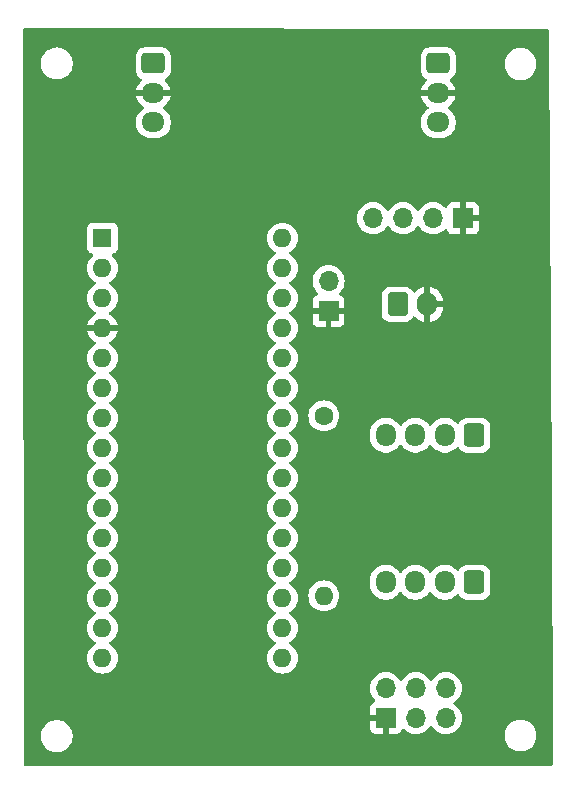
<source format=gbr>
%TF.GenerationSoftware,KiCad,Pcbnew,8.0.0*%
%TF.CreationDate,2024-04-24T20:10:34-07:00*%
%TF.ProjectId,stepper_controller_pcb,73746570-7065-4725-9f63-6f6e74726f6c,rev?*%
%TF.SameCoordinates,Original*%
%TF.FileFunction,Copper,L1,Top*%
%TF.FilePolarity,Positive*%
%FSLAX46Y46*%
G04 Gerber Fmt 4.6, Leading zero omitted, Abs format (unit mm)*
G04 Created by KiCad (PCBNEW 8.0.0) date 2024-04-24 20:10:34*
%MOMM*%
%LPD*%
G01*
G04 APERTURE LIST*
G04 Aperture macros list*
%AMRoundRect*
0 Rectangle with rounded corners*
0 $1 Rounding radius*
0 $2 $3 $4 $5 $6 $7 $8 $9 X,Y pos of 4 corners*
0 Add a 4 corners polygon primitive as box body*
4,1,4,$2,$3,$4,$5,$6,$7,$8,$9,$2,$3,0*
0 Add four circle primitives for the rounded corners*
1,1,$1+$1,$2,$3*
1,1,$1+$1,$4,$5*
1,1,$1+$1,$6,$7*
1,1,$1+$1,$8,$9*
0 Add four rect primitives between the rounded corners*
20,1,$1+$1,$2,$3,$4,$5,0*
20,1,$1+$1,$4,$5,$6,$7,0*
20,1,$1+$1,$6,$7,$8,$9,0*
20,1,$1+$1,$8,$9,$2,$3,0*%
G04 Aperture macros list end*
%TA.AperFunction,ComponentPad*%
%ADD10RoundRect,0.250000X-0.725000X0.600000X-0.725000X-0.600000X0.725000X-0.600000X0.725000X0.600000X0*%
%TD*%
%TA.AperFunction,ComponentPad*%
%ADD11O,1.950000X1.700000*%
%TD*%
%TA.AperFunction,ComponentPad*%
%ADD12R,1.700000X1.700000*%
%TD*%
%TA.AperFunction,ComponentPad*%
%ADD13O,1.700000X1.700000*%
%TD*%
%TA.AperFunction,ComponentPad*%
%ADD14R,1.600000X1.600000*%
%TD*%
%TA.AperFunction,ComponentPad*%
%ADD15O,1.600000X1.600000*%
%TD*%
%TA.AperFunction,ComponentPad*%
%ADD16RoundRect,0.250000X0.600000X0.725000X-0.600000X0.725000X-0.600000X-0.725000X0.600000X-0.725000X0*%
%TD*%
%TA.AperFunction,ComponentPad*%
%ADD17O,1.700000X1.950000*%
%TD*%
%TA.AperFunction,ComponentPad*%
%ADD18RoundRect,0.250000X-0.600000X-0.750000X0.600000X-0.750000X0.600000X0.750000X-0.600000X0.750000X0*%
%TD*%
%TA.AperFunction,ComponentPad*%
%ADD19O,1.700000X2.000000*%
%TD*%
%TA.AperFunction,ComponentPad*%
%ADD20C,1.600000*%
%TD*%
G04 APERTURE END LIST*
D10*
%TO.P,J8,1,Pin_1*%
%TO.N,+12V*%
X112900000Y-62050000D03*
D11*
%TO.P,J8,2,Pin_2*%
%TO.N,gnd!*%
X112900000Y-64550000D03*
%TO.P,J8,3,Pin_3*%
%TO.N,LASER_PWM*%
X112900000Y-67050000D03*
%TD*%
D10*
%TO.P,J7,1,Pin_1*%
%TO.N,+12V*%
X88775000Y-62050000D03*
D11*
%TO.P,J7,2,Pin_2*%
%TO.N,gnd!*%
X88775000Y-64550000D03*
%TO.P,J7,3,Pin_3*%
%TO.N,LASER_PWM*%
X88775000Y-67050000D03*
%TD*%
D12*
%TO.P,J5,1,Pin_1*%
%TO.N,gnd!*%
X115005000Y-75160000D03*
D13*
%TO.P,J5,2,Pin_2*%
%TO.N,UART_TX*%
X112465000Y-75160000D03*
%TO.P,J5,3,Pin_3*%
%TO.N,UART_RX*%
X109925000Y-75160000D03*
%TO.P,J5,4,Pin_4*%
%TO.N,+5V*%
X107385000Y-75160000D03*
%TD*%
D14*
%TO.P,A1,1,D1/TX*%
%TO.N,UART_TX*%
X84465000Y-76845000D03*
D15*
%TO.P,A1,2,D0/RX*%
%TO.N,UART_RX*%
X84465000Y-79385000D03*
%TO.P,A1,3,~{RESET}*%
%TO.N,unconnected-(A1-~{RESET}-Pad3)*%
X84465000Y-81925000D03*
%TO.P,A1,4,GND*%
%TO.N,gnd!*%
X84465000Y-84465000D03*
%TO.P,A1,5,D2*%
%TO.N,ENA*%
X84465000Y-87005000D03*
%TO.P,A1,6,D3*%
%TO.N,PULSE_X*%
X84465000Y-89545000D03*
%TO.P,A1,7,D4*%
%TO.N,DIR_X*%
X84465000Y-92085000D03*
%TO.P,A1,8,D5*%
%TO.N,PULSE_Y*%
X84465000Y-94625000D03*
%TO.P,A1,9,D6*%
%TO.N,DIR_Y*%
X84465000Y-97165000D03*
%TO.P,A1,10,D7*%
%TO.N,LASER_PWM*%
X84465000Y-99705000D03*
%TO.P,A1,11,D8*%
%TO.N,unconnected-(A1-D8-Pad11)*%
X84465000Y-102245000D03*
%TO.P,A1,12,D9*%
%TO.N,unconnected-(A1-D9-Pad12)*%
X84465000Y-104785000D03*
%TO.P,A1,13,D10*%
%TO.N,unconnected-(A1-D10-Pad13)*%
X84465000Y-107325000D03*
%TO.P,A1,14,D11*%
%TO.N,unconnected-(A1-D11-Pad14)*%
X84465000Y-109865000D03*
%TO.P,A1,15,D12*%
%TO.N,unconnected-(A1-D12-Pad15)*%
X84465000Y-112405000D03*
%TO.P,A1,16,D13*%
%TO.N,unconnected-(A1-D13-Pad16)*%
X99705000Y-112405000D03*
%TO.P,A1,17,3V3*%
%TO.N,unconnected-(A1-3V3-Pad17)*%
X99705000Y-109865000D03*
%TO.P,A1,18,AREF*%
%TO.N,unconnected-(A1-AREF-Pad18)*%
X99705000Y-107325000D03*
%TO.P,A1,19,A0*%
%TO.N,unconnected-(A1-A0-Pad19)*%
X99705000Y-104785000D03*
%TO.P,A1,20,A1*%
%TO.N,unconnected-(A1-A1-Pad20)*%
X99705000Y-102245000D03*
%TO.P,A1,21,A2*%
%TO.N,unconnected-(A1-A2-Pad21)*%
X99705000Y-99705000D03*
%TO.P,A1,22,A3*%
%TO.N,unconnected-(A1-A3-Pad22)*%
X99705000Y-97165000D03*
%TO.P,A1,23,A4*%
%TO.N,unconnected-(A1-A4-Pad23)*%
X99705000Y-94625000D03*
%TO.P,A1,24,A5*%
%TO.N,unconnected-(A1-A5-Pad24)*%
X99705000Y-92085000D03*
%TO.P,A1,25,A6*%
%TO.N,unconnected-(A1-A6-Pad25)*%
X99705000Y-89545000D03*
%TO.P,A1,26,A7*%
%TO.N,unconnected-(A1-A7-Pad26)*%
X99705000Y-87005000D03*
%TO.P,A1,27,+5V*%
%TO.N,+5V*%
X99705000Y-84465000D03*
%TO.P,A1,28,~{RESET}*%
%TO.N,RST!*%
X99705000Y-81925000D03*
%TO.P,A1,29,GND*%
%TO.N,unconnected-(A1-GND-Pad29)*%
X99705000Y-79385000D03*
%TO.P,A1,30,VIN*%
%TO.N,Vcc*%
X99705000Y-76845000D03*
%TD*%
D16*
%TO.P,J3,1,Pin_1*%
%TO.N,+5V*%
X115955000Y-93530000D03*
D17*
%TO.P,J3,2,Pin_2*%
%TO.N,PULSE_X*%
X113455000Y-93530000D03*
%TO.P,J3,3,Pin_3*%
%TO.N,DIR_X*%
X110955000Y-93530000D03*
%TO.P,J3,4,Pin_4*%
%TO.N,ENA*%
X108455000Y-93530000D03*
%TD*%
D12*
%TO.P,J1,1,Pin_1*%
%TO.N,gnd!*%
X108455000Y-117480000D03*
D13*
%TO.P,J1,2,Pin_2*%
%TO.N,ENA*%
X108455000Y-114940000D03*
%TO.P,J1,3,Pin_3*%
%TO.N,DIR_X*%
X110995000Y-117480000D03*
%TO.P,J1,4,Pin_4*%
%TO.N,DIR_Y*%
X110995000Y-114940000D03*
%TO.P,J1,5,Pin_5*%
%TO.N,PULSE_X*%
X113535000Y-117480000D03*
%TO.P,J1,6,Pin_6*%
%TO.N,PULSE_Y*%
X113535000Y-114940000D03*
%TD*%
D12*
%TO.P,J6,1,Pin_1*%
%TO.N,gnd!*%
X103605004Y-83030000D03*
D13*
%TO.P,J6,2,Pin_2*%
%TO.N,RST!*%
X103605004Y-80490000D03*
%TD*%
D16*
%TO.P,J4,1,Pin_1*%
%TO.N,+5V*%
X115955000Y-105980000D03*
D17*
%TO.P,J4,2,Pin_2*%
%TO.N,PULSE_Y*%
X113455000Y-105980000D03*
%TO.P,J4,3,Pin_3*%
%TO.N,DIR_Y*%
X110955000Y-105980000D03*
%TO.P,J4,4,Pin_4*%
%TO.N,ENA*%
X108455000Y-105980000D03*
%TD*%
D18*
%TO.P,J2,1,Pin_1*%
%TO.N,Vcc*%
X109455000Y-82455000D03*
D19*
%TO.P,J2,2,Pin_2*%
%TO.N,gnd!*%
X111955000Y-82455000D03*
%TD*%
D20*
%TO.P,R1,1*%
%TO.N,ENA*%
X103205000Y-91885000D03*
D15*
%TO.P,R1,2*%
X103205000Y-107125000D03*
%TD*%
%TA.AperFunction,Conductor*%
%TO.N,gnd!*%
G36*
X122179101Y-59163933D02*
G01*
X122246090Y-59183787D01*
X122291711Y-59236706D01*
X122302785Y-59287277D01*
X122513100Y-99052265D01*
X122624984Y-120206557D01*
X122631190Y-121379844D01*
X122611861Y-121446987D01*
X122559299Y-121493020D01*
X122507192Y-121504500D01*
X80705563Y-121504500D01*
X77923826Y-121500414D01*
X77856815Y-121480631D01*
X77811138Y-121427760D01*
X77800008Y-121376514D01*
X77798223Y-119111286D01*
X79249500Y-119111286D01*
X79282753Y-119321239D01*
X79348444Y-119523414D01*
X79444951Y-119712820D01*
X79569890Y-119884786D01*
X79720213Y-120035109D01*
X79892179Y-120160048D01*
X79892181Y-120160049D01*
X79892184Y-120160051D01*
X80081588Y-120256557D01*
X80283757Y-120322246D01*
X80493713Y-120355500D01*
X80493714Y-120355500D01*
X80706286Y-120355500D01*
X80706287Y-120355500D01*
X80916243Y-120322246D01*
X81118412Y-120256557D01*
X81307816Y-120160051D01*
X81376640Y-120110048D01*
X81479786Y-120035109D01*
X81479788Y-120035106D01*
X81479792Y-120035104D01*
X81630104Y-119884792D01*
X81630106Y-119884788D01*
X81630109Y-119884786D01*
X81755048Y-119712820D01*
X81755047Y-119712820D01*
X81755051Y-119712816D01*
X81851557Y-119523412D01*
X81917246Y-119321243D01*
X81950500Y-119111287D01*
X81950500Y-119061286D01*
X118504504Y-119061286D01*
X118537757Y-119271239D01*
X118603448Y-119473414D01*
X118699955Y-119662820D01*
X118824894Y-119834786D01*
X118975217Y-119985109D01*
X119147183Y-120110048D01*
X119147185Y-120110049D01*
X119147188Y-120110051D01*
X119336592Y-120206557D01*
X119538761Y-120272246D01*
X119748717Y-120305500D01*
X119748718Y-120305500D01*
X119961290Y-120305500D01*
X119961291Y-120305500D01*
X120171247Y-120272246D01*
X120373416Y-120206557D01*
X120562820Y-120110051D01*
X120665970Y-120035109D01*
X120734790Y-119985109D01*
X120734792Y-119985106D01*
X120734796Y-119985104D01*
X120885108Y-119834792D01*
X120885110Y-119834788D01*
X120885113Y-119834786D01*
X121010052Y-119662820D01*
X121010051Y-119662820D01*
X121010055Y-119662816D01*
X121106561Y-119473412D01*
X121172250Y-119271243D01*
X121205504Y-119061287D01*
X121205504Y-118848713D01*
X121172250Y-118638757D01*
X121106561Y-118436588D01*
X121010055Y-118247184D01*
X121010053Y-118247181D01*
X121010052Y-118247179D01*
X120885113Y-118075213D01*
X120734790Y-117924890D01*
X120562824Y-117799951D01*
X120373418Y-117703444D01*
X120373417Y-117703443D01*
X120373416Y-117703443D01*
X120171247Y-117637754D01*
X120171245Y-117637753D01*
X120171244Y-117637753D01*
X120009961Y-117612208D01*
X119961291Y-117604500D01*
X119748717Y-117604500D01*
X119700046Y-117612208D01*
X119538764Y-117637753D01*
X119336589Y-117703444D01*
X119147183Y-117799951D01*
X118975217Y-117924890D01*
X118824894Y-118075213D01*
X118699955Y-118247179D01*
X118603448Y-118436585D01*
X118603447Y-118436587D01*
X118603447Y-118436588D01*
X118587202Y-118486585D01*
X118537757Y-118638760D01*
X118504504Y-118848713D01*
X118504504Y-119061286D01*
X81950500Y-119061286D01*
X81950500Y-118898713D01*
X81917246Y-118688757D01*
X81851557Y-118486588D01*
X81755051Y-118297184D01*
X81755049Y-118297181D01*
X81755048Y-118297179D01*
X81630109Y-118125213D01*
X81479786Y-117974890D01*
X81307820Y-117849951D01*
X81118414Y-117753444D01*
X81118413Y-117753443D01*
X81118412Y-117753443D01*
X80916243Y-117687754D01*
X80916241Y-117687753D01*
X80916240Y-117687753D01*
X80754957Y-117662208D01*
X80706287Y-117654500D01*
X80493713Y-117654500D01*
X80445042Y-117662208D01*
X80283760Y-117687753D01*
X80081585Y-117753444D01*
X79892179Y-117849951D01*
X79720213Y-117974890D01*
X79569890Y-118125213D01*
X79444951Y-118297179D01*
X79348444Y-118486585D01*
X79282753Y-118688760D01*
X79249500Y-118898713D01*
X79249500Y-119111286D01*
X77798223Y-119111286D01*
X77794936Y-114940000D01*
X107099341Y-114940000D01*
X107119936Y-115175403D01*
X107119938Y-115175413D01*
X107181094Y-115403655D01*
X107181096Y-115403659D01*
X107181097Y-115403663D01*
X107185000Y-115412032D01*
X107280965Y-115617830D01*
X107280967Y-115617834D01*
X107389281Y-115772521D01*
X107416501Y-115811396D01*
X107416506Y-115811402D01*
X107538818Y-115933714D01*
X107572303Y-115995037D01*
X107567319Y-116064729D01*
X107525447Y-116120662D01*
X107494471Y-116137577D01*
X107362912Y-116186646D01*
X107362906Y-116186649D01*
X107247812Y-116272809D01*
X107247809Y-116272812D01*
X107161649Y-116387906D01*
X107161645Y-116387913D01*
X107111403Y-116522620D01*
X107111401Y-116522627D01*
X107105000Y-116582155D01*
X107105000Y-117230000D01*
X108021988Y-117230000D01*
X107989075Y-117287007D01*
X107955000Y-117414174D01*
X107955000Y-117545826D01*
X107989075Y-117672993D01*
X108021988Y-117730000D01*
X107105000Y-117730000D01*
X107105000Y-118377844D01*
X107111401Y-118437372D01*
X107111403Y-118437379D01*
X107161645Y-118572086D01*
X107161649Y-118572093D01*
X107247809Y-118687187D01*
X107247812Y-118687190D01*
X107362906Y-118773350D01*
X107362913Y-118773354D01*
X107497620Y-118823596D01*
X107497627Y-118823598D01*
X107557155Y-118829999D01*
X107557172Y-118830000D01*
X108205000Y-118830000D01*
X108205000Y-117913012D01*
X108262007Y-117945925D01*
X108389174Y-117980000D01*
X108520826Y-117980000D01*
X108647993Y-117945925D01*
X108705000Y-117913012D01*
X108705000Y-118830000D01*
X109352828Y-118830000D01*
X109352844Y-118829999D01*
X109412372Y-118823598D01*
X109412379Y-118823596D01*
X109547086Y-118773354D01*
X109547093Y-118773350D01*
X109662187Y-118687190D01*
X109662190Y-118687187D01*
X109748350Y-118572093D01*
X109748354Y-118572086D01*
X109797422Y-118440529D01*
X109839293Y-118384595D01*
X109904757Y-118360178D01*
X109973030Y-118375030D01*
X110001285Y-118396181D01*
X110123599Y-118518495D01*
X110200135Y-118572086D01*
X110317165Y-118654032D01*
X110317167Y-118654033D01*
X110317170Y-118654035D01*
X110531337Y-118753903D01*
X110759592Y-118815063D01*
X110930319Y-118830000D01*
X110994999Y-118835659D01*
X110995000Y-118835659D01*
X110995001Y-118835659D01*
X111059681Y-118830000D01*
X111230408Y-118815063D01*
X111458663Y-118753903D01*
X111672830Y-118654035D01*
X111866401Y-118518495D01*
X112033495Y-118351401D01*
X112163425Y-118165842D01*
X112218002Y-118122217D01*
X112287500Y-118115023D01*
X112349855Y-118146546D01*
X112366575Y-118165842D01*
X112496500Y-118351395D01*
X112496505Y-118351401D01*
X112663599Y-118518495D01*
X112740135Y-118572086D01*
X112857165Y-118654032D01*
X112857167Y-118654033D01*
X112857170Y-118654035D01*
X113071337Y-118753903D01*
X113299592Y-118815063D01*
X113470319Y-118830000D01*
X113534999Y-118835659D01*
X113535000Y-118835659D01*
X113535001Y-118835659D01*
X113599681Y-118830000D01*
X113770408Y-118815063D01*
X113998663Y-118753903D01*
X114212830Y-118654035D01*
X114406401Y-118518495D01*
X114573495Y-118351401D01*
X114709035Y-118157830D01*
X114808903Y-117943663D01*
X114870063Y-117715408D01*
X114890659Y-117480000D01*
X114870063Y-117244592D01*
X114808903Y-117016337D01*
X114709035Y-116802171D01*
X114703425Y-116794158D01*
X114573494Y-116608597D01*
X114406402Y-116441506D01*
X114406396Y-116441501D01*
X114220842Y-116311575D01*
X114177217Y-116256998D01*
X114170023Y-116187500D01*
X114201546Y-116125145D01*
X114220842Y-116108425D01*
X114332500Y-116030241D01*
X114406401Y-115978495D01*
X114573495Y-115811401D01*
X114709035Y-115617830D01*
X114808903Y-115403663D01*
X114870063Y-115175408D01*
X114890659Y-114940000D01*
X114870063Y-114704592D01*
X114808903Y-114476337D01*
X114709035Y-114262171D01*
X114703425Y-114254158D01*
X114573494Y-114068597D01*
X114406402Y-113901506D01*
X114406395Y-113901501D01*
X114212834Y-113765967D01*
X114212830Y-113765965D01*
X114212828Y-113765964D01*
X113998663Y-113666097D01*
X113998659Y-113666096D01*
X113998655Y-113666094D01*
X113770413Y-113604938D01*
X113770403Y-113604936D01*
X113535001Y-113584341D01*
X113534999Y-113584341D01*
X113299596Y-113604936D01*
X113299586Y-113604938D01*
X113071344Y-113666094D01*
X113071335Y-113666098D01*
X112857171Y-113765964D01*
X112857169Y-113765965D01*
X112663597Y-113901505D01*
X112496505Y-114068597D01*
X112366575Y-114254158D01*
X112311998Y-114297783D01*
X112242500Y-114304977D01*
X112180145Y-114273454D01*
X112163425Y-114254158D01*
X112033494Y-114068597D01*
X111866402Y-113901506D01*
X111866395Y-113901501D01*
X111672834Y-113765967D01*
X111672830Y-113765965D01*
X111672828Y-113765964D01*
X111458663Y-113666097D01*
X111458659Y-113666096D01*
X111458655Y-113666094D01*
X111230413Y-113604938D01*
X111230403Y-113604936D01*
X110995001Y-113584341D01*
X110994999Y-113584341D01*
X110759596Y-113604936D01*
X110759586Y-113604938D01*
X110531344Y-113666094D01*
X110531335Y-113666098D01*
X110317171Y-113765964D01*
X110317169Y-113765965D01*
X110123597Y-113901505D01*
X109956505Y-114068597D01*
X109826575Y-114254158D01*
X109771998Y-114297783D01*
X109702500Y-114304977D01*
X109640145Y-114273454D01*
X109623425Y-114254158D01*
X109493494Y-114068597D01*
X109326402Y-113901506D01*
X109326395Y-113901501D01*
X109132834Y-113765967D01*
X109132830Y-113765965D01*
X109132828Y-113765964D01*
X108918663Y-113666097D01*
X108918659Y-113666096D01*
X108918655Y-113666094D01*
X108690413Y-113604938D01*
X108690403Y-113604936D01*
X108455001Y-113584341D01*
X108454999Y-113584341D01*
X108219596Y-113604936D01*
X108219586Y-113604938D01*
X107991344Y-113666094D01*
X107991335Y-113666098D01*
X107777171Y-113765964D01*
X107777169Y-113765965D01*
X107583597Y-113901505D01*
X107416505Y-114068597D01*
X107280965Y-114262169D01*
X107280964Y-114262171D01*
X107181098Y-114476335D01*
X107181094Y-114476344D01*
X107119938Y-114704586D01*
X107119936Y-114704596D01*
X107099341Y-114939999D01*
X107099341Y-114940000D01*
X77794936Y-114940000D01*
X77792938Y-112405001D01*
X83159532Y-112405001D01*
X83179364Y-112631686D01*
X83179366Y-112631697D01*
X83238258Y-112851488D01*
X83238261Y-112851497D01*
X83334431Y-113057732D01*
X83334432Y-113057734D01*
X83464954Y-113244141D01*
X83625858Y-113405045D01*
X83625861Y-113405047D01*
X83812266Y-113535568D01*
X84018504Y-113631739D01*
X84238308Y-113690635D01*
X84400230Y-113704801D01*
X84464998Y-113710468D01*
X84465000Y-113710468D01*
X84465002Y-113710468D01*
X84521673Y-113705509D01*
X84691692Y-113690635D01*
X84911496Y-113631739D01*
X85117734Y-113535568D01*
X85304139Y-113405047D01*
X85465047Y-113244139D01*
X85595568Y-113057734D01*
X85691739Y-112851496D01*
X85750635Y-112631692D01*
X85770468Y-112405001D01*
X98399532Y-112405001D01*
X98419364Y-112631686D01*
X98419366Y-112631697D01*
X98478258Y-112851488D01*
X98478261Y-112851497D01*
X98574431Y-113057732D01*
X98574432Y-113057734D01*
X98704954Y-113244141D01*
X98865858Y-113405045D01*
X98865861Y-113405047D01*
X99052266Y-113535568D01*
X99258504Y-113631739D01*
X99478308Y-113690635D01*
X99640230Y-113704801D01*
X99704998Y-113710468D01*
X99705000Y-113710468D01*
X99705002Y-113710468D01*
X99761673Y-113705509D01*
X99931692Y-113690635D01*
X100151496Y-113631739D01*
X100357734Y-113535568D01*
X100544139Y-113405047D01*
X100705047Y-113244139D01*
X100835568Y-113057734D01*
X100931739Y-112851496D01*
X100990635Y-112631692D01*
X101010468Y-112405000D01*
X100990635Y-112178308D01*
X100931739Y-111958504D01*
X100835568Y-111752266D01*
X100705047Y-111565861D01*
X100705045Y-111565858D01*
X100544141Y-111404954D01*
X100357734Y-111274432D01*
X100357728Y-111274429D01*
X100299725Y-111247382D01*
X100247285Y-111201210D01*
X100228133Y-111134017D01*
X100248348Y-111067135D01*
X100299725Y-111022618D01*
X100357734Y-110995568D01*
X100544139Y-110865047D01*
X100705047Y-110704139D01*
X100835568Y-110517734D01*
X100931739Y-110311496D01*
X100990635Y-110091692D01*
X101010468Y-109865000D01*
X100990635Y-109638308D01*
X100931739Y-109418504D01*
X100835568Y-109212266D01*
X100705047Y-109025861D01*
X100705045Y-109025858D01*
X100544141Y-108864954D01*
X100357734Y-108734432D01*
X100357728Y-108734429D01*
X100299725Y-108707382D01*
X100247285Y-108661210D01*
X100228133Y-108594017D01*
X100248348Y-108527135D01*
X100299725Y-108482618D01*
X100357734Y-108455568D01*
X100544139Y-108325047D01*
X100705047Y-108164139D01*
X100835568Y-107977734D01*
X100931739Y-107771496D01*
X100990635Y-107551692D01*
X101010468Y-107325000D01*
X101008080Y-107297710D01*
X100997227Y-107173656D01*
X100992970Y-107125001D01*
X101899532Y-107125001D01*
X101919364Y-107351686D01*
X101919366Y-107351697D01*
X101978258Y-107571488D01*
X101978261Y-107571497D01*
X102074431Y-107777732D01*
X102074432Y-107777734D01*
X102204954Y-107964141D01*
X102365858Y-108125045D01*
X102365861Y-108125047D01*
X102552266Y-108255568D01*
X102758504Y-108351739D01*
X102978308Y-108410635D01*
X103140230Y-108424801D01*
X103204998Y-108430468D01*
X103205000Y-108430468D01*
X103205002Y-108430468D01*
X103261673Y-108425509D01*
X103431692Y-108410635D01*
X103651496Y-108351739D01*
X103857734Y-108255568D01*
X104044139Y-108125047D01*
X104205047Y-107964139D01*
X104335568Y-107777734D01*
X104431739Y-107571496D01*
X104490635Y-107351692D01*
X104507634Y-107157384D01*
X104510468Y-107125001D01*
X104510468Y-107124998D01*
X104501661Y-107024334D01*
X104490635Y-106898308D01*
X104431739Y-106678504D01*
X104335568Y-106472266D01*
X104205047Y-106285861D01*
X104205045Y-106285858D01*
X104130474Y-106211287D01*
X107104500Y-106211287D01*
X107137754Y-106421243D01*
X107154332Y-106472266D01*
X107203444Y-106623414D01*
X107299951Y-106812820D01*
X107424890Y-106984786D01*
X107575213Y-107135109D01*
X107747179Y-107260048D01*
X107747181Y-107260049D01*
X107747184Y-107260051D01*
X107936588Y-107356557D01*
X108138757Y-107422246D01*
X108348713Y-107455500D01*
X108348714Y-107455500D01*
X108561286Y-107455500D01*
X108561287Y-107455500D01*
X108771243Y-107422246D01*
X108973412Y-107356557D01*
X109162816Y-107260051D01*
X109184789Y-107244086D01*
X109334786Y-107135109D01*
X109334788Y-107135106D01*
X109334792Y-107135104D01*
X109485104Y-106984792D01*
X109604683Y-106820204D01*
X109660011Y-106777540D01*
X109729624Y-106771561D01*
X109791420Y-106804166D01*
X109805313Y-106820199D01*
X109862066Y-106898313D01*
X109924896Y-106984792D01*
X110075213Y-107135109D01*
X110247179Y-107260048D01*
X110247181Y-107260049D01*
X110247184Y-107260051D01*
X110436588Y-107356557D01*
X110638757Y-107422246D01*
X110848713Y-107455500D01*
X110848714Y-107455500D01*
X111061286Y-107455500D01*
X111061287Y-107455500D01*
X111271243Y-107422246D01*
X111473412Y-107356557D01*
X111662816Y-107260051D01*
X111684789Y-107244086D01*
X111834786Y-107135109D01*
X111834788Y-107135106D01*
X111834792Y-107135104D01*
X111985104Y-106984792D01*
X112104683Y-106820204D01*
X112160011Y-106777540D01*
X112229624Y-106771561D01*
X112291420Y-106804166D01*
X112305313Y-106820199D01*
X112362066Y-106898313D01*
X112424896Y-106984792D01*
X112575213Y-107135109D01*
X112747179Y-107260048D01*
X112747181Y-107260049D01*
X112747184Y-107260051D01*
X112936588Y-107356557D01*
X113138757Y-107422246D01*
X113348713Y-107455500D01*
X113348714Y-107455500D01*
X113561286Y-107455500D01*
X113561287Y-107455500D01*
X113771243Y-107422246D01*
X113973412Y-107356557D01*
X114162816Y-107260051D01*
X114334792Y-107135104D01*
X114473604Y-106996291D01*
X114534923Y-106962809D01*
X114604615Y-106967793D01*
X114660549Y-107009664D01*
X114666821Y-107018878D01*
X114670185Y-107024333D01*
X114670186Y-107024334D01*
X114762288Y-107173656D01*
X114886344Y-107297712D01*
X115035666Y-107389814D01*
X115202203Y-107444999D01*
X115304991Y-107455500D01*
X116605008Y-107455499D01*
X116707797Y-107444999D01*
X116874334Y-107389814D01*
X117023656Y-107297712D01*
X117147712Y-107173656D01*
X117239814Y-107024334D01*
X117294999Y-106857797D01*
X117305500Y-106755009D01*
X117305499Y-105204992D01*
X117294999Y-105102203D01*
X117239814Y-104935666D01*
X117147712Y-104786344D01*
X117023656Y-104662288D01*
X116874334Y-104570186D01*
X116707797Y-104515001D01*
X116707795Y-104515000D01*
X116605010Y-104504500D01*
X115304998Y-104504500D01*
X115304981Y-104504501D01*
X115202203Y-104515000D01*
X115202200Y-104515001D01*
X115035668Y-104570185D01*
X115035663Y-104570187D01*
X114886342Y-104662289D01*
X114762289Y-104786342D01*
X114666821Y-104941121D01*
X114614873Y-104987845D01*
X114545910Y-104999068D01*
X114481828Y-104971224D01*
X114473601Y-104963705D01*
X114334786Y-104824890D01*
X114162820Y-104699951D01*
X113973414Y-104603444D01*
X113973413Y-104603443D01*
X113973412Y-104603443D01*
X113771243Y-104537754D01*
X113771241Y-104537753D01*
X113771240Y-104537753D01*
X113609957Y-104512208D01*
X113561287Y-104504500D01*
X113348713Y-104504500D01*
X113300042Y-104512208D01*
X113138760Y-104537753D01*
X112936585Y-104603444D01*
X112747179Y-104699951D01*
X112575213Y-104824890D01*
X112424894Y-104975209D01*
X112424890Y-104975214D01*
X112305318Y-105139793D01*
X112249989Y-105182459D01*
X112180375Y-105188438D01*
X112118580Y-105155833D01*
X112104682Y-105139793D01*
X111985109Y-104975214D01*
X111985105Y-104975209D01*
X111834786Y-104824890D01*
X111662820Y-104699951D01*
X111473414Y-104603444D01*
X111473413Y-104603443D01*
X111473412Y-104603443D01*
X111271243Y-104537754D01*
X111271241Y-104537753D01*
X111271240Y-104537753D01*
X111109957Y-104512208D01*
X111061287Y-104504500D01*
X110848713Y-104504500D01*
X110800042Y-104512208D01*
X110638760Y-104537753D01*
X110436585Y-104603444D01*
X110247179Y-104699951D01*
X110075213Y-104824890D01*
X109924894Y-104975209D01*
X109924890Y-104975214D01*
X109805318Y-105139793D01*
X109749989Y-105182459D01*
X109680375Y-105188438D01*
X109618580Y-105155833D01*
X109604682Y-105139793D01*
X109485109Y-104975214D01*
X109485105Y-104975209D01*
X109334786Y-104824890D01*
X109162820Y-104699951D01*
X108973414Y-104603444D01*
X108973413Y-104603443D01*
X108973412Y-104603443D01*
X108771243Y-104537754D01*
X108771241Y-104537753D01*
X108771240Y-104537753D01*
X108609957Y-104512208D01*
X108561287Y-104504500D01*
X108348713Y-104504500D01*
X108300042Y-104512208D01*
X108138760Y-104537753D01*
X107936585Y-104603444D01*
X107747179Y-104699951D01*
X107575213Y-104824890D01*
X107424890Y-104975213D01*
X107299951Y-105147179D01*
X107203444Y-105336585D01*
X107137753Y-105538760D01*
X107124230Y-105624141D01*
X107104500Y-105748713D01*
X107104500Y-106211287D01*
X104130474Y-106211287D01*
X104044141Y-106124954D01*
X103857734Y-105994432D01*
X103857732Y-105994431D01*
X103651497Y-105898261D01*
X103651488Y-105898258D01*
X103431697Y-105839366D01*
X103431693Y-105839365D01*
X103431692Y-105839365D01*
X103431691Y-105839364D01*
X103431686Y-105839364D01*
X103205002Y-105819532D01*
X103204998Y-105819532D01*
X102978313Y-105839364D01*
X102978302Y-105839366D01*
X102758511Y-105898258D01*
X102758502Y-105898261D01*
X102552267Y-105994431D01*
X102552265Y-105994432D01*
X102365858Y-106124954D01*
X102204954Y-106285858D01*
X102074432Y-106472265D01*
X102074431Y-106472267D01*
X101978261Y-106678502D01*
X101978258Y-106678511D01*
X101919366Y-106898302D01*
X101919364Y-106898313D01*
X101899532Y-107124998D01*
X101899532Y-107125001D01*
X100992970Y-107125001D01*
X100990635Y-107098308D01*
X100937047Y-106898313D01*
X100931741Y-106878511D01*
X100931738Y-106878502D01*
X100838480Y-106678511D01*
X100835568Y-106672266D01*
X100705047Y-106485861D01*
X100705045Y-106485858D01*
X100544141Y-106324954D01*
X100357734Y-106194432D01*
X100357728Y-106194429D01*
X100299725Y-106167382D01*
X100247285Y-106121210D01*
X100228133Y-106054017D01*
X100248348Y-105987135D01*
X100299725Y-105942618D01*
X100357734Y-105915568D01*
X100544139Y-105785047D01*
X100705047Y-105624139D01*
X100835568Y-105437734D01*
X100931739Y-105231496D01*
X100990635Y-105011692D01*
X101010468Y-104785000D01*
X100990635Y-104558308D01*
X100931739Y-104338504D01*
X100835568Y-104132266D01*
X100705047Y-103945861D01*
X100705045Y-103945858D01*
X100544141Y-103784954D01*
X100357734Y-103654432D01*
X100357728Y-103654429D01*
X100299725Y-103627382D01*
X100247285Y-103581210D01*
X100228133Y-103514017D01*
X100248348Y-103447135D01*
X100299725Y-103402618D01*
X100357734Y-103375568D01*
X100544139Y-103245047D01*
X100705047Y-103084139D01*
X100835568Y-102897734D01*
X100931739Y-102691496D01*
X100990635Y-102471692D01*
X101010468Y-102245000D01*
X100990635Y-102018308D01*
X100931739Y-101798504D01*
X100835568Y-101592266D01*
X100705047Y-101405861D01*
X100705045Y-101405858D01*
X100544141Y-101244954D01*
X100357734Y-101114432D01*
X100357728Y-101114429D01*
X100299725Y-101087382D01*
X100247285Y-101041210D01*
X100228133Y-100974017D01*
X100248348Y-100907135D01*
X100299725Y-100862618D01*
X100357734Y-100835568D01*
X100544139Y-100705047D01*
X100705047Y-100544139D01*
X100835568Y-100357734D01*
X100931739Y-100151496D01*
X100990635Y-99931692D01*
X101010468Y-99705000D01*
X100990635Y-99478308D01*
X100931739Y-99258504D01*
X100835568Y-99052266D01*
X100705047Y-98865861D01*
X100705045Y-98865858D01*
X100544141Y-98704954D01*
X100357734Y-98574432D01*
X100357728Y-98574429D01*
X100299725Y-98547382D01*
X100247285Y-98501210D01*
X100228133Y-98434017D01*
X100248348Y-98367135D01*
X100299725Y-98322618D01*
X100357734Y-98295568D01*
X100544139Y-98165047D01*
X100705047Y-98004139D01*
X100835568Y-97817734D01*
X100931739Y-97611496D01*
X100990635Y-97391692D01*
X101010468Y-97165000D01*
X100990635Y-96938308D01*
X100931739Y-96718504D01*
X100835568Y-96512266D01*
X100705047Y-96325861D01*
X100705045Y-96325858D01*
X100544141Y-96164954D01*
X100357734Y-96034432D01*
X100357728Y-96034429D01*
X100299725Y-96007382D01*
X100247285Y-95961210D01*
X100228133Y-95894017D01*
X100248348Y-95827135D01*
X100299725Y-95782618D01*
X100357734Y-95755568D01*
X100544139Y-95625047D01*
X100705047Y-95464139D01*
X100835568Y-95277734D01*
X100931739Y-95071496D01*
X100990635Y-94851692D01*
X101010468Y-94625000D01*
X101006035Y-94574336D01*
X101002575Y-94534786D01*
X100990635Y-94398308D01*
X100931739Y-94178504D01*
X100835568Y-93972266D01*
X100705047Y-93785861D01*
X100705045Y-93785858D01*
X100680474Y-93761287D01*
X107104500Y-93761287D01*
X107137754Y-93971243D01*
X107138086Y-93972266D01*
X107203444Y-94173414D01*
X107299951Y-94362820D01*
X107424890Y-94534786D01*
X107575213Y-94685109D01*
X107747179Y-94810048D01*
X107747181Y-94810049D01*
X107747184Y-94810051D01*
X107936588Y-94906557D01*
X108138757Y-94972246D01*
X108348713Y-95005500D01*
X108348714Y-95005500D01*
X108561286Y-95005500D01*
X108561287Y-95005500D01*
X108771243Y-94972246D01*
X108973412Y-94906557D01*
X109162816Y-94810051D01*
X109184789Y-94794086D01*
X109334786Y-94685109D01*
X109334788Y-94685106D01*
X109334792Y-94685104D01*
X109485104Y-94534792D01*
X109604683Y-94370204D01*
X109660011Y-94327540D01*
X109729624Y-94321561D01*
X109791420Y-94354166D01*
X109805313Y-94370199D01*
X109908925Y-94512809D01*
X109924896Y-94534792D01*
X110075213Y-94685109D01*
X110247179Y-94810048D01*
X110247181Y-94810049D01*
X110247184Y-94810051D01*
X110436588Y-94906557D01*
X110638757Y-94972246D01*
X110848713Y-95005500D01*
X110848714Y-95005500D01*
X111061286Y-95005500D01*
X111061287Y-95005500D01*
X111271243Y-94972246D01*
X111473412Y-94906557D01*
X111662816Y-94810051D01*
X111684789Y-94794086D01*
X111834786Y-94685109D01*
X111834788Y-94685106D01*
X111834792Y-94685104D01*
X111985104Y-94534792D01*
X112104683Y-94370204D01*
X112160011Y-94327540D01*
X112229624Y-94321561D01*
X112291420Y-94354166D01*
X112305313Y-94370199D01*
X112408925Y-94512809D01*
X112424896Y-94534792D01*
X112575213Y-94685109D01*
X112747179Y-94810048D01*
X112747181Y-94810049D01*
X112747184Y-94810051D01*
X112936588Y-94906557D01*
X113138757Y-94972246D01*
X113348713Y-95005500D01*
X113348714Y-95005500D01*
X113561286Y-95005500D01*
X113561287Y-95005500D01*
X113771243Y-94972246D01*
X113973412Y-94906557D01*
X114162816Y-94810051D01*
X114334792Y-94685104D01*
X114473604Y-94546291D01*
X114534923Y-94512809D01*
X114604615Y-94517793D01*
X114660549Y-94559664D01*
X114666821Y-94568878D01*
X114670185Y-94574333D01*
X114670186Y-94574334D01*
X114762288Y-94723656D01*
X114886344Y-94847712D01*
X115035666Y-94939814D01*
X115202203Y-94994999D01*
X115304991Y-95005500D01*
X116605008Y-95005499D01*
X116707797Y-94994999D01*
X116874334Y-94939814D01*
X117023656Y-94847712D01*
X117147712Y-94723656D01*
X117239814Y-94574334D01*
X117294999Y-94407797D01*
X117305500Y-94305009D01*
X117305499Y-92754992D01*
X117294999Y-92652203D01*
X117239814Y-92485666D01*
X117147712Y-92336344D01*
X117023656Y-92212288D01*
X116874334Y-92120186D01*
X116707797Y-92065001D01*
X116707795Y-92065000D01*
X116605010Y-92054500D01*
X115304998Y-92054500D01*
X115304981Y-92054501D01*
X115202203Y-92065000D01*
X115202200Y-92065001D01*
X115035668Y-92120185D01*
X115035663Y-92120187D01*
X114886342Y-92212289D01*
X114762289Y-92336342D01*
X114666821Y-92491121D01*
X114614873Y-92537845D01*
X114545910Y-92549068D01*
X114481828Y-92521224D01*
X114473601Y-92513705D01*
X114334786Y-92374890D01*
X114162820Y-92249951D01*
X113973414Y-92153444D01*
X113973413Y-92153443D01*
X113973412Y-92153443D01*
X113771243Y-92087754D01*
X113771241Y-92087753D01*
X113771240Y-92087753D01*
X113609957Y-92062208D01*
X113561287Y-92054500D01*
X113348713Y-92054500D01*
X113300042Y-92062208D01*
X113138760Y-92087753D01*
X112936585Y-92153444D01*
X112747179Y-92249951D01*
X112575213Y-92374890D01*
X112424894Y-92525209D01*
X112424890Y-92525214D01*
X112305318Y-92689793D01*
X112249989Y-92732459D01*
X112180375Y-92738438D01*
X112118580Y-92705833D01*
X112104682Y-92689793D01*
X111985109Y-92525214D01*
X111985105Y-92525209D01*
X111834786Y-92374890D01*
X111662820Y-92249951D01*
X111473414Y-92153444D01*
X111473413Y-92153443D01*
X111473412Y-92153443D01*
X111271243Y-92087754D01*
X111271241Y-92087753D01*
X111271240Y-92087753D01*
X111109957Y-92062208D01*
X111061287Y-92054500D01*
X110848713Y-92054500D01*
X110800042Y-92062208D01*
X110638760Y-92087753D01*
X110436585Y-92153444D01*
X110247179Y-92249951D01*
X110075213Y-92374890D01*
X109924894Y-92525209D01*
X109924890Y-92525214D01*
X109805318Y-92689793D01*
X109749989Y-92732459D01*
X109680375Y-92738438D01*
X109618580Y-92705833D01*
X109604682Y-92689793D01*
X109485109Y-92525214D01*
X109485105Y-92525209D01*
X109334786Y-92374890D01*
X109162820Y-92249951D01*
X108973414Y-92153444D01*
X108973413Y-92153443D01*
X108973412Y-92153443D01*
X108771243Y-92087754D01*
X108771241Y-92087753D01*
X108771240Y-92087753D01*
X108609957Y-92062208D01*
X108561287Y-92054500D01*
X108348713Y-92054500D01*
X108300042Y-92062208D01*
X108138760Y-92087753D01*
X107936585Y-92153444D01*
X107747179Y-92249951D01*
X107575213Y-92374890D01*
X107424890Y-92525213D01*
X107299951Y-92697179D01*
X107203444Y-92886585D01*
X107137753Y-93088760D01*
X107104500Y-93298713D01*
X107104500Y-93761287D01*
X100680474Y-93761287D01*
X100544141Y-93624954D01*
X100357734Y-93494432D01*
X100357728Y-93494429D01*
X100299725Y-93467382D01*
X100247285Y-93421210D01*
X100228133Y-93354017D01*
X100248348Y-93287135D01*
X100299725Y-93242618D01*
X100357734Y-93215568D01*
X100544139Y-93085047D01*
X100705047Y-92924139D01*
X100835568Y-92737734D01*
X100931739Y-92531496D01*
X100990635Y-92311692D01*
X101010468Y-92085000D01*
X100992970Y-91885001D01*
X101899532Y-91885001D01*
X101919364Y-92111686D01*
X101919366Y-92111697D01*
X101978258Y-92331488D01*
X101978261Y-92331497D01*
X102074431Y-92537732D01*
X102074432Y-92537734D01*
X102204954Y-92724141D01*
X102365858Y-92885045D01*
X102368062Y-92886588D01*
X102552266Y-93015568D01*
X102758504Y-93111739D01*
X102978308Y-93170635D01*
X103140230Y-93184801D01*
X103204998Y-93190468D01*
X103205000Y-93190468D01*
X103205002Y-93190468D01*
X103261673Y-93185509D01*
X103431692Y-93170635D01*
X103651496Y-93111739D01*
X103857734Y-93015568D01*
X104044139Y-92885047D01*
X104205047Y-92724139D01*
X104335568Y-92537734D01*
X104431739Y-92331496D01*
X104490635Y-92111692D01*
X104510468Y-91885000D01*
X104490635Y-91658308D01*
X104431739Y-91438504D01*
X104335568Y-91232266D01*
X104205047Y-91045861D01*
X104205045Y-91045858D01*
X104044141Y-90884954D01*
X103857734Y-90754432D01*
X103857732Y-90754431D01*
X103651497Y-90658261D01*
X103651488Y-90658258D01*
X103431697Y-90599366D01*
X103431693Y-90599365D01*
X103431692Y-90599365D01*
X103431691Y-90599364D01*
X103431686Y-90599364D01*
X103205002Y-90579532D01*
X103204998Y-90579532D01*
X102978313Y-90599364D01*
X102978302Y-90599366D01*
X102758511Y-90658258D01*
X102758502Y-90658261D01*
X102552267Y-90754431D01*
X102552265Y-90754432D01*
X102365858Y-90884954D01*
X102204954Y-91045858D01*
X102074432Y-91232265D01*
X102074431Y-91232267D01*
X101978261Y-91438502D01*
X101978258Y-91438511D01*
X101919366Y-91658302D01*
X101919364Y-91658313D01*
X101899532Y-91884998D01*
X101899532Y-91885001D01*
X100992970Y-91885001D01*
X100990635Y-91858308D01*
X100937047Y-91658313D01*
X100931741Y-91638511D01*
X100931738Y-91638502D01*
X100838480Y-91438511D01*
X100835568Y-91432266D01*
X100705047Y-91245861D01*
X100705045Y-91245858D01*
X100544141Y-91084954D01*
X100357734Y-90954432D01*
X100357728Y-90954429D01*
X100299725Y-90927382D01*
X100247285Y-90881210D01*
X100228133Y-90814017D01*
X100248348Y-90747135D01*
X100299725Y-90702618D01*
X100357734Y-90675568D01*
X100544139Y-90545047D01*
X100705047Y-90384139D01*
X100835568Y-90197734D01*
X100931739Y-89991496D01*
X100990635Y-89771692D01*
X101010468Y-89545000D01*
X100990635Y-89318308D01*
X100931739Y-89098504D01*
X100835568Y-88892266D01*
X100705047Y-88705861D01*
X100705045Y-88705858D01*
X100544141Y-88544954D01*
X100357734Y-88414432D01*
X100357728Y-88414429D01*
X100299725Y-88387382D01*
X100247285Y-88341210D01*
X100228133Y-88274017D01*
X100248348Y-88207135D01*
X100299725Y-88162618D01*
X100357734Y-88135568D01*
X100544139Y-88005047D01*
X100705047Y-87844139D01*
X100835568Y-87657734D01*
X100931739Y-87451496D01*
X100990635Y-87231692D01*
X101010468Y-87005000D01*
X100990635Y-86778308D01*
X100931739Y-86558504D01*
X100835568Y-86352266D01*
X100705047Y-86165861D01*
X100705045Y-86165858D01*
X100544141Y-86004954D01*
X100357734Y-85874432D01*
X100357728Y-85874429D01*
X100299725Y-85847382D01*
X100247285Y-85801210D01*
X100228133Y-85734017D01*
X100248348Y-85667135D01*
X100299725Y-85622618D01*
X100300319Y-85622341D01*
X100357734Y-85595568D01*
X100544139Y-85465047D01*
X100705047Y-85304139D01*
X100835568Y-85117734D01*
X100931739Y-84911496D01*
X100990635Y-84691692D01*
X101010468Y-84465000D01*
X100990635Y-84238308D01*
X100931739Y-84018504D01*
X100835568Y-83812266D01*
X100705047Y-83625861D01*
X100705045Y-83625858D01*
X100544141Y-83464954D01*
X100357734Y-83334432D01*
X100357728Y-83334429D01*
X100299725Y-83307382D01*
X100247285Y-83261210D01*
X100228133Y-83194017D01*
X100248348Y-83127135D01*
X100299725Y-83082618D01*
X100357734Y-83055568D01*
X100544139Y-82925047D01*
X100705047Y-82764139D01*
X100835568Y-82577734D01*
X100931739Y-82371496D01*
X100990635Y-82151692D01*
X101010468Y-81925000D01*
X100990635Y-81698308D01*
X100931739Y-81478504D01*
X100835568Y-81272266D01*
X100705047Y-81085861D01*
X100705045Y-81085858D01*
X100544141Y-80924954D01*
X100357734Y-80794432D01*
X100357728Y-80794429D01*
X100299725Y-80767382D01*
X100247285Y-80721210D01*
X100228133Y-80654017D01*
X100248348Y-80587135D01*
X100299725Y-80542618D01*
X100357734Y-80515568D01*
X100394249Y-80490000D01*
X102249345Y-80490000D01*
X102269940Y-80725403D01*
X102269942Y-80725413D01*
X102331098Y-80953655D01*
X102331100Y-80953659D01*
X102331101Y-80953663D01*
X102362122Y-81020187D01*
X102430969Y-81167830D01*
X102430971Y-81167834D01*
X102539285Y-81322521D01*
X102566505Y-81361396D01*
X102566510Y-81361402D01*
X102688822Y-81483714D01*
X102722307Y-81545037D01*
X102717323Y-81614729D01*
X102675451Y-81670662D01*
X102644475Y-81687577D01*
X102512916Y-81736646D01*
X102512910Y-81736649D01*
X102397816Y-81822809D01*
X102397813Y-81822812D01*
X102311653Y-81937906D01*
X102311649Y-81937913D01*
X102261407Y-82072620D01*
X102261405Y-82072627D01*
X102255004Y-82132155D01*
X102255004Y-82780000D01*
X103171992Y-82780000D01*
X103139079Y-82837007D01*
X103105004Y-82964174D01*
X103105004Y-83095826D01*
X103139079Y-83222993D01*
X103171992Y-83280000D01*
X102255004Y-83280000D01*
X102255004Y-83927844D01*
X102261405Y-83987372D01*
X102261407Y-83987379D01*
X102311649Y-84122086D01*
X102311653Y-84122093D01*
X102397813Y-84237187D01*
X102397816Y-84237190D01*
X102512910Y-84323350D01*
X102512917Y-84323354D01*
X102647624Y-84373596D01*
X102647631Y-84373598D01*
X102707159Y-84379999D01*
X102707176Y-84380000D01*
X103355004Y-84380000D01*
X103355004Y-83463012D01*
X103412011Y-83495925D01*
X103539178Y-83530000D01*
X103670830Y-83530000D01*
X103797997Y-83495925D01*
X103855004Y-83463012D01*
X103855004Y-84380000D01*
X104502832Y-84380000D01*
X104502848Y-84379999D01*
X104562376Y-84373598D01*
X104562383Y-84373596D01*
X104697090Y-84323354D01*
X104697097Y-84323350D01*
X104812191Y-84237190D01*
X104812194Y-84237187D01*
X104898354Y-84122093D01*
X104898358Y-84122086D01*
X104948600Y-83987379D01*
X104948602Y-83987372D01*
X104955003Y-83927844D01*
X104955004Y-83927827D01*
X104955004Y-83280000D01*
X104038016Y-83280000D01*
X104052449Y-83255001D01*
X108104500Y-83255001D01*
X108104501Y-83255018D01*
X108115000Y-83357796D01*
X108115001Y-83357799D01*
X108149031Y-83460493D01*
X108170186Y-83524334D01*
X108262288Y-83673656D01*
X108386344Y-83797712D01*
X108535666Y-83889814D01*
X108702203Y-83944999D01*
X108804991Y-83955500D01*
X110105008Y-83955499D01*
X110207797Y-83944999D01*
X110374334Y-83889814D01*
X110523656Y-83797712D01*
X110647712Y-83673656D01*
X110739814Y-83524334D01*
X110739814Y-83524331D01*
X110743448Y-83518441D01*
X110795395Y-83471716D01*
X110864358Y-83460493D01*
X110928440Y-83488336D01*
X110936668Y-83495856D01*
X111075535Y-83634723D01*
X111075540Y-83634727D01*
X111247442Y-83759620D01*
X111436782Y-83856095D01*
X111638871Y-83921757D01*
X111705000Y-83932231D01*
X111705000Y-82888012D01*
X111762007Y-82920925D01*
X111889174Y-82955000D01*
X112020826Y-82955000D01*
X112147993Y-82920925D01*
X112205000Y-82888012D01*
X112205000Y-83932230D01*
X112271126Y-83921757D01*
X112271129Y-83921757D01*
X112473217Y-83856095D01*
X112662557Y-83759620D01*
X112834459Y-83634727D01*
X112834464Y-83634723D01*
X112984723Y-83484464D01*
X112984727Y-83484459D01*
X113109620Y-83312557D01*
X113206095Y-83123217D01*
X113271757Y-82921130D01*
X113271757Y-82921127D01*
X113305000Y-82711246D01*
X113305000Y-82705000D01*
X112388012Y-82705000D01*
X112420925Y-82647993D01*
X112455000Y-82520826D01*
X112455000Y-82389174D01*
X112420925Y-82262007D01*
X112388012Y-82205000D01*
X113305000Y-82205000D01*
X113305000Y-82198753D01*
X113271757Y-81988872D01*
X113271757Y-81988869D01*
X113206095Y-81786782D01*
X113109620Y-81597442D01*
X112984727Y-81425540D01*
X112984723Y-81425535D01*
X112834464Y-81275276D01*
X112834459Y-81275272D01*
X112662557Y-81150379D01*
X112473215Y-81053903D01*
X112271124Y-80988241D01*
X112205000Y-80977768D01*
X112205000Y-82021988D01*
X112147993Y-81989075D01*
X112020826Y-81955000D01*
X111889174Y-81955000D01*
X111762007Y-81989075D01*
X111705000Y-82021988D01*
X111705000Y-80977768D01*
X111704999Y-80977768D01*
X111638875Y-80988241D01*
X111436784Y-81053903D01*
X111247442Y-81150379D01*
X111075541Y-81275271D01*
X110936668Y-81414144D01*
X110875345Y-81447628D01*
X110805653Y-81442644D01*
X110749720Y-81400772D01*
X110743448Y-81391558D01*
X110724843Y-81361395D01*
X110647712Y-81236344D01*
X110523656Y-81112288D01*
X110374334Y-81020186D01*
X110207797Y-80965001D01*
X110207795Y-80965000D01*
X110105010Y-80954500D01*
X108804998Y-80954500D01*
X108804981Y-80954501D01*
X108702203Y-80965000D01*
X108702200Y-80965001D01*
X108535668Y-81020185D01*
X108535663Y-81020187D01*
X108386342Y-81112289D01*
X108262289Y-81236342D01*
X108170187Y-81385663D01*
X108170185Y-81385668D01*
X108165180Y-81400772D01*
X108115001Y-81552203D01*
X108115001Y-81552204D01*
X108115000Y-81552204D01*
X108104500Y-81654983D01*
X108104500Y-83255001D01*
X104052449Y-83255001D01*
X104070929Y-83222993D01*
X104105004Y-83095826D01*
X104105004Y-82964174D01*
X104070929Y-82837007D01*
X104038016Y-82780000D01*
X104955004Y-82780000D01*
X104955004Y-82132172D01*
X104955003Y-82132155D01*
X104948602Y-82072627D01*
X104948600Y-82072620D01*
X104898358Y-81937913D01*
X104898354Y-81937906D01*
X104812194Y-81822812D01*
X104812191Y-81822809D01*
X104697097Y-81736649D01*
X104697092Y-81736646D01*
X104565532Y-81687577D01*
X104509599Y-81645705D01*
X104485182Y-81580241D01*
X104500034Y-81511968D01*
X104521179Y-81483720D01*
X104643499Y-81361401D01*
X104779039Y-81167830D01*
X104878907Y-80953663D01*
X104940067Y-80725408D01*
X104960663Y-80490000D01*
X104940067Y-80254592D01*
X104878907Y-80026337D01*
X104779039Y-79812171D01*
X104643499Y-79618599D01*
X104643498Y-79618597D01*
X104476406Y-79451506D01*
X104476399Y-79451501D01*
X104282838Y-79315967D01*
X104282834Y-79315965D01*
X104282832Y-79315964D01*
X104068667Y-79216097D01*
X104068663Y-79216096D01*
X104068659Y-79216094D01*
X103840417Y-79154938D01*
X103840407Y-79154936D01*
X103605005Y-79134341D01*
X103605003Y-79134341D01*
X103369600Y-79154936D01*
X103369590Y-79154938D01*
X103141348Y-79216094D01*
X103141339Y-79216098D01*
X102927175Y-79315964D01*
X102927173Y-79315965D01*
X102733601Y-79451505D01*
X102566509Y-79618597D01*
X102430969Y-79812169D01*
X102430968Y-79812171D01*
X102331102Y-80026335D01*
X102331098Y-80026344D01*
X102269942Y-80254586D01*
X102269940Y-80254596D01*
X102249345Y-80489999D01*
X102249345Y-80490000D01*
X100394249Y-80490000D01*
X100544139Y-80385047D01*
X100705047Y-80224139D01*
X100835568Y-80037734D01*
X100931739Y-79831496D01*
X100990635Y-79611692D01*
X101010468Y-79385000D01*
X100990635Y-79158308D01*
X100931739Y-78938504D01*
X100835568Y-78732266D01*
X100705047Y-78545861D01*
X100705045Y-78545858D01*
X100544141Y-78384954D01*
X100357734Y-78254432D01*
X100357728Y-78254429D01*
X100299725Y-78227382D01*
X100247285Y-78181210D01*
X100228133Y-78114017D01*
X100248348Y-78047135D01*
X100299725Y-78002618D01*
X100357734Y-77975568D01*
X100544139Y-77845047D01*
X100705047Y-77684139D01*
X100835568Y-77497734D01*
X100931739Y-77291496D01*
X100990635Y-77071692D01*
X101010468Y-76845000D01*
X100990635Y-76618308D01*
X100931739Y-76398504D01*
X100835568Y-76192266D01*
X100705047Y-76005861D01*
X100705045Y-76005858D01*
X100544141Y-75844954D01*
X100357734Y-75714432D01*
X100357732Y-75714431D01*
X100151497Y-75618261D01*
X100151488Y-75618258D01*
X99931697Y-75559366D01*
X99931693Y-75559365D01*
X99931692Y-75559365D01*
X99931691Y-75559364D01*
X99931686Y-75559364D01*
X99705002Y-75539532D01*
X99704998Y-75539532D01*
X99478313Y-75559364D01*
X99478302Y-75559366D01*
X99258511Y-75618258D01*
X99258502Y-75618261D01*
X99052267Y-75714431D01*
X99052265Y-75714432D01*
X98865858Y-75844954D01*
X98704954Y-76005858D01*
X98574432Y-76192265D01*
X98574431Y-76192267D01*
X98478261Y-76398502D01*
X98478258Y-76398511D01*
X98419366Y-76618302D01*
X98419364Y-76618313D01*
X98399532Y-76844998D01*
X98399532Y-76845001D01*
X98419364Y-77071686D01*
X98419366Y-77071697D01*
X98478258Y-77291488D01*
X98478261Y-77291497D01*
X98574431Y-77497732D01*
X98574432Y-77497734D01*
X98704954Y-77684141D01*
X98865858Y-77845045D01*
X98865861Y-77845047D01*
X99052266Y-77975568D01*
X99110275Y-78002618D01*
X99162714Y-78048791D01*
X99181866Y-78115984D01*
X99161650Y-78182865D01*
X99110275Y-78227382D01*
X99052267Y-78254431D01*
X99052265Y-78254432D01*
X98865858Y-78384954D01*
X98704954Y-78545858D01*
X98574432Y-78732265D01*
X98574431Y-78732267D01*
X98478261Y-78938502D01*
X98478258Y-78938511D01*
X98419366Y-79158302D01*
X98419364Y-79158313D01*
X98399532Y-79384998D01*
X98399532Y-79385001D01*
X98419364Y-79611686D01*
X98419366Y-79611697D01*
X98478258Y-79831488D01*
X98478261Y-79831497D01*
X98574431Y-80037732D01*
X98574432Y-80037734D01*
X98704954Y-80224141D01*
X98865858Y-80385045D01*
X98865861Y-80385047D01*
X99052266Y-80515568D01*
X99110275Y-80542618D01*
X99162714Y-80588791D01*
X99181866Y-80655984D01*
X99161650Y-80722865D01*
X99110275Y-80767382D01*
X99052267Y-80794431D01*
X99052265Y-80794432D01*
X98865858Y-80924954D01*
X98704954Y-81085858D01*
X98574432Y-81272265D01*
X98574431Y-81272267D01*
X98478261Y-81478502D01*
X98478258Y-81478511D01*
X98419366Y-81698302D01*
X98419364Y-81698313D01*
X98399532Y-81924998D01*
X98399532Y-81925001D01*
X98419364Y-82151686D01*
X98419366Y-82151697D01*
X98478258Y-82371488D01*
X98478261Y-82371497D01*
X98574431Y-82577732D01*
X98574432Y-82577734D01*
X98704954Y-82764141D01*
X98865858Y-82925045D01*
X98865861Y-82925047D01*
X99052266Y-83055568D01*
X99110275Y-83082618D01*
X99162714Y-83128791D01*
X99181866Y-83195984D01*
X99161650Y-83262865D01*
X99110275Y-83307382D01*
X99052267Y-83334431D01*
X99052265Y-83334432D01*
X98865858Y-83464954D01*
X98704954Y-83625858D01*
X98574432Y-83812265D01*
X98574431Y-83812267D01*
X98478261Y-84018502D01*
X98478258Y-84018511D01*
X98419366Y-84238302D01*
X98419364Y-84238313D01*
X98399532Y-84464998D01*
X98399532Y-84465001D01*
X98419364Y-84691686D01*
X98419366Y-84691697D01*
X98478258Y-84911488D01*
X98478261Y-84911497D01*
X98574431Y-85117732D01*
X98574432Y-85117734D01*
X98704954Y-85304141D01*
X98865858Y-85465045D01*
X98865861Y-85465047D01*
X99052266Y-85595568D01*
X99109681Y-85622341D01*
X99110275Y-85622618D01*
X99162714Y-85668791D01*
X99181866Y-85735984D01*
X99161650Y-85802865D01*
X99110275Y-85847382D01*
X99052267Y-85874431D01*
X99052265Y-85874432D01*
X98865858Y-86004954D01*
X98704954Y-86165858D01*
X98574432Y-86352265D01*
X98574431Y-86352267D01*
X98478261Y-86558502D01*
X98478258Y-86558511D01*
X98419366Y-86778302D01*
X98419364Y-86778313D01*
X98399532Y-87004998D01*
X98399532Y-87005001D01*
X98419364Y-87231686D01*
X98419366Y-87231697D01*
X98478258Y-87451488D01*
X98478261Y-87451497D01*
X98574431Y-87657732D01*
X98574432Y-87657734D01*
X98704954Y-87844141D01*
X98865858Y-88005045D01*
X98865861Y-88005047D01*
X99052266Y-88135568D01*
X99110275Y-88162618D01*
X99162714Y-88208791D01*
X99181866Y-88275984D01*
X99161650Y-88342865D01*
X99110275Y-88387382D01*
X99052267Y-88414431D01*
X99052265Y-88414432D01*
X98865858Y-88544954D01*
X98704954Y-88705858D01*
X98574432Y-88892265D01*
X98574431Y-88892267D01*
X98478261Y-89098502D01*
X98478258Y-89098511D01*
X98419366Y-89318302D01*
X98419364Y-89318313D01*
X98399532Y-89544998D01*
X98399532Y-89545001D01*
X98419364Y-89771686D01*
X98419366Y-89771697D01*
X98478258Y-89991488D01*
X98478261Y-89991497D01*
X98574431Y-90197732D01*
X98574432Y-90197734D01*
X98704954Y-90384141D01*
X98865858Y-90545045D01*
X98865861Y-90545047D01*
X99052266Y-90675568D01*
X99110275Y-90702618D01*
X99162714Y-90748791D01*
X99181866Y-90815984D01*
X99161650Y-90882865D01*
X99110275Y-90927382D01*
X99052267Y-90954431D01*
X99052265Y-90954432D01*
X98865858Y-91084954D01*
X98704954Y-91245858D01*
X98574432Y-91432265D01*
X98574431Y-91432267D01*
X98478261Y-91638502D01*
X98478258Y-91638511D01*
X98419366Y-91858302D01*
X98419364Y-91858313D01*
X98399532Y-92084998D01*
X98399532Y-92085001D01*
X98419364Y-92311686D01*
X98419366Y-92311697D01*
X98478258Y-92531488D01*
X98478261Y-92531497D01*
X98574431Y-92737732D01*
X98574432Y-92737734D01*
X98704954Y-92924141D01*
X98865858Y-93085045D01*
X98865861Y-93085047D01*
X99052266Y-93215568D01*
X99110275Y-93242618D01*
X99162714Y-93288791D01*
X99181866Y-93355984D01*
X99161650Y-93422865D01*
X99110275Y-93467382D01*
X99052267Y-93494431D01*
X99052265Y-93494432D01*
X98865858Y-93624954D01*
X98704954Y-93785858D01*
X98574432Y-93972265D01*
X98574431Y-93972267D01*
X98478261Y-94178502D01*
X98478258Y-94178511D01*
X98419366Y-94398302D01*
X98419364Y-94398313D01*
X98399532Y-94624998D01*
X98399532Y-94625001D01*
X98419364Y-94851686D01*
X98419366Y-94851697D01*
X98478258Y-95071488D01*
X98478261Y-95071497D01*
X98574431Y-95277732D01*
X98574432Y-95277734D01*
X98704954Y-95464141D01*
X98865858Y-95625045D01*
X98865861Y-95625047D01*
X99052266Y-95755568D01*
X99110275Y-95782618D01*
X99162714Y-95828791D01*
X99181866Y-95895984D01*
X99161650Y-95962865D01*
X99110275Y-96007382D01*
X99052267Y-96034431D01*
X99052265Y-96034432D01*
X98865858Y-96164954D01*
X98704954Y-96325858D01*
X98574432Y-96512265D01*
X98574431Y-96512267D01*
X98478261Y-96718502D01*
X98478258Y-96718511D01*
X98419366Y-96938302D01*
X98419364Y-96938313D01*
X98399532Y-97164998D01*
X98399532Y-97165001D01*
X98419364Y-97391686D01*
X98419366Y-97391697D01*
X98478258Y-97611488D01*
X98478261Y-97611497D01*
X98574431Y-97817732D01*
X98574432Y-97817734D01*
X98704954Y-98004141D01*
X98865858Y-98165045D01*
X98865861Y-98165047D01*
X99052266Y-98295568D01*
X99110275Y-98322618D01*
X99162714Y-98368791D01*
X99181866Y-98435984D01*
X99161650Y-98502865D01*
X99110275Y-98547382D01*
X99052267Y-98574431D01*
X99052265Y-98574432D01*
X98865858Y-98704954D01*
X98704954Y-98865858D01*
X98574432Y-99052265D01*
X98574431Y-99052267D01*
X98478261Y-99258502D01*
X98478258Y-99258511D01*
X98419366Y-99478302D01*
X98419364Y-99478313D01*
X98399532Y-99704998D01*
X98399532Y-99705001D01*
X98419364Y-99931686D01*
X98419366Y-99931697D01*
X98478258Y-100151488D01*
X98478261Y-100151497D01*
X98574431Y-100357732D01*
X98574432Y-100357734D01*
X98704954Y-100544141D01*
X98865858Y-100705045D01*
X98865861Y-100705047D01*
X99052266Y-100835568D01*
X99110275Y-100862618D01*
X99162714Y-100908791D01*
X99181866Y-100975984D01*
X99161650Y-101042865D01*
X99110275Y-101087382D01*
X99052267Y-101114431D01*
X99052265Y-101114432D01*
X98865858Y-101244954D01*
X98704954Y-101405858D01*
X98574432Y-101592265D01*
X98574431Y-101592267D01*
X98478261Y-101798502D01*
X98478258Y-101798511D01*
X98419366Y-102018302D01*
X98419364Y-102018313D01*
X98399532Y-102244998D01*
X98399532Y-102245001D01*
X98419364Y-102471686D01*
X98419366Y-102471697D01*
X98478258Y-102691488D01*
X98478261Y-102691497D01*
X98574431Y-102897732D01*
X98574432Y-102897734D01*
X98704954Y-103084141D01*
X98865858Y-103245045D01*
X98865861Y-103245047D01*
X99052266Y-103375568D01*
X99110275Y-103402618D01*
X99162714Y-103448791D01*
X99181866Y-103515984D01*
X99161650Y-103582865D01*
X99110275Y-103627382D01*
X99052267Y-103654431D01*
X99052265Y-103654432D01*
X98865858Y-103784954D01*
X98704954Y-103945858D01*
X98574432Y-104132265D01*
X98574431Y-104132267D01*
X98478261Y-104338502D01*
X98478258Y-104338511D01*
X98419366Y-104558302D01*
X98419364Y-104558313D01*
X98399532Y-104784998D01*
X98399532Y-104785001D01*
X98419364Y-105011686D01*
X98419366Y-105011697D01*
X98478258Y-105231488D01*
X98478261Y-105231497D01*
X98574431Y-105437732D01*
X98574432Y-105437734D01*
X98704954Y-105624141D01*
X98865858Y-105785045D01*
X98865861Y-105785047D01*
X99052266Y-105915568D01*
X99110275Y-105942618D01*
X99162714Y-105988791D01*
X99181866Y-106055984D01*
X99161650Y-106122865D01*
X99110275Y-106167382D01*
X99052267Y-106194431D01*
X99052265Y-106194432D01*
X98865858Y-106324954D01*
X98704954Y-106485858D01*
X98574432Y-106672265D01*
X98574431Y-106672267D01*
X98478261Y-106878502D01*
X98478258Y-106878511D01*
X98419366Y-107098302D01*
X98419364Y-107098313D01*
X98399532Y-107324998D01*
X98399532Y-107325001D01*
X98419364Y-107551686D01*
X98419366Y-107551697D01*
X98478258Y-107771488D01*
X98478261Y-107771497D01*
X98574431Y-107977732D01*
X98574432Y-107977734D01*
X98704954Y-108164141D01*
X98865858Y-108325045D01*
X98865861Y-108325047D01*
X99052266Y-108455568D01*
X99110275Y-108482618D01*
X99162714Y-108528791D01*
X99181866Y-108595984D01*
X99161650Y-108662865D01*
X99110275Y-108707382D01*
X99052267Y-108734431D01*
X99052265Y-108734432D01*
X98865858Y-108864954D01*
X98704954Y-109025858D01*
X98574432Y-109212265D01*
X98574431Y-109212267D01*
X98478261Y-109418502D01*
X98478258Y-109418511D01*
X98419366Y-109638302D01*
X98419364Y-109638313D01*
X98399532Y-109864998D01*
X98399532Y-109865001D01*
X98419364Y-110091686D01*
X98419366Y-110091697D01*
X98478258Y-110311488D01*
X98478261Y-110311497D01*
X98574431Y-110517732D01*
X98574432Y-110517734D01*
X98704954Y-110704141D01*
X98865858Y-110865045D01*
X98865861Y-110865047D01*
X99052266Y-110995568D01*
X99110275Y-111022618D01*
X99162714Y-111068791D01*
X99181866Y-111135984D01*
X99161650Y-111202865D01*
X99110275Y-111247382D01*
X99052267Y-111274431D01*
X99052265Y-111274432D01*
X98865858Y-111404954D01*
X98704954Y-111565858D01*
X98574432Y-111752265D01*
X98574431Y-111752267D01*
X98478261Y-111958502D01*
X98478258Y-111958511D01*
X98419366Y-112178302D01*
X98419364Y-112178313D01*
X98399532Y-112404998D01*
X98399532Y-112405001D01*
X85770468Y-112405001D01*
X85770468Y-112405000D01*
X85750635Y-112178308D01*
X85691739Y-111958504D01*
X85595568Y-111752266D01*
X85465047Y-111565861D01*
X85465045Y-111565858D01*
X85304141Y-111404954D01*
X85117734Y-111274432D01*
X85117728Y-111274429D01*
X85059725Y-111247382D01*
X85007285Y-111201210D01*
X84988133Y-111134017D01*
X85008348Y-111067135D01*
X85059725Y-111022618D01*
X85117734Y-110995568D01*
X85304139Y-110865047D01*
X85465047Y-110704139D01*
X85595568Y-110517734D01*
X85691739Y-110311496D01*
X85750635Y-110091692D01*
X85770468Y-109865000D01*
X85750635Y-109638308D01*
X85691739Y-109418504D01*
X85595568Y-109212266D01*
X85465047Y-109025861D01*
X85465045Y-109025858D01*
X85304141Y-108864954D01*
X85117734Y-108734432D01*
X85117728Y-108734429D01*
X85059725Y-108707382D01*
X85007285Y-108661210D01*
X84988133Y-108594017D01*
X85008348Y-108527135D01*
X85059725Y-108482618D01*
X85117734Y-108455568D01*
X85304139Y-108325047D01*
X85465047Y-108164139D01*
X85595568Y-107977734D01*
X85691739Y-107771496D01*
X85750635Y-107551692D01*
X85770468Y-107325000D01*
X85768080Y-107297710D01*
X85757227Y-107173656D01*
X85750635Y-107098308D01*
X85697047Y-106898313D01*
X85691741Y-106878511D01*
X85691738Y-106878502D01*
X85598480Y-106678511D01*
X85595568Y-106672266D01*
X85465047Y-106485861D01*
X85465045Y-106485858D01*
X85304141Y-106324954D01*
X85117734Y-106194432D01*
X85117728Y-106194429D01*
X85059725Y-106167382D01*
X85007285Y-106121210D01*
X84988133Y-106054017D01*
X85008348Y-105987135D01*
X85059725Y-105942618D01*
X85117734Y-105915568D01*
X85304139Y-105785047D01*
X85465047Y-105624139D01*
X85595568Y-105437734D01*
X85691739Y-105231496D01*
X85750635Y-105011692D01*
X85770468Y-104785000D01*
X85750635Y-104558308D01*
X85691739Y-104338504D01*
X85595568Y-104132266D01*
X85465047Y-103945861D01*
X85465045Y-103945858D01*
X85304141Y-103784954D01*
X85117734Y-103654432D01*
X85117728Y-103654429D01*
X85059725Y-103627382D01*
X85007285Y-103581210D01*
X84988133Y-103514017D01*
X85008348Y-103447135D01*
X85059725Y-103402618D01*
X85117734Y-103375568D01*
X85304139Y-103245047D01*
X85465047Y-103084139D01*
X85595568Y-102897734D01*
X85691739Y-102691496D01*
X85750635Y-102471692D01*
X85770468Y-102245000D01*
X85750635Y-102018308D01*
X85691739Y-101798504D01*
X85595568Y-101592266D01*
X85465047Y-101405861D01*
X85465045Y-101405858D01*
X85304141Y-101244954D01*
X85117734Y-101114432D01*
X85117728Y-101114429D01*
X85059725Y-101087382D01*
X85007285Y-101041210D01*
X84988133Y-100974017D01*
X85008348Y-100907135D01*
X85059725Y-100862618D01*
X85117734Y-100835568D01*
X85304139Y-100705047D01*
X85465047Y-100544139D01*
X85595568Y-100357734D01*
X85691739Y-100151496D01*
X85750635Y-99931692D01*
X85770468Y-99705000D01*
X85750635Y-99478308D01*
X85691739Y-99258504D01*
X85595568Y-99052266D01*
X85465047Y-98865861D01*
X85465045Y-98865858D01*
X85304141Y-98704954D01*
X85117734Y-98574432D01*
X85117728Y-98574429D01*
X85059725Y-98547382D01*
X85007285Y-98501210D01*
X84988133Y-98434017D01*
X85008348Y-98367135D01*
X85059725Y-98322618D01*
X85117734Y-98295568D01*
X85304139Y-98165047D01*
X85465047Y-98004139D01*
X85595568Y-97817734D01*
X85691739Y-97611496D01*
X85750635Y-97391692D01*
X85770468Y-97165000D01*
X85750635Y-96938308D01*
X85691739Y-96718504D01*
X85595568Y-96512266D01*
X85465047Y-96325861D01*
X85465045Y-96325858D01*
X85304141Y-96164954D01*
X85117734Y-96034432D01*
X85117728Y-96034429D01*
X85059725Y-96007382D01*
X85007285Y-95961210D01*
X84988133Y-95894017D01*
X85008348Y-95827135D01*
X85059725Y-95782618D01*
X85117734Y-95755568D01*
X85304139Y-95625047D01*
X85465047Y-95464139D01*
X85595568Y-95277734D01*
X85691739Y-95071496D01*
X85750635Y-94851692D01*
X85770468Y-94625000D01*
X85766035Y-94574336D01*
X85762575Y-94534786D01*
X85750635Y-94398308D01*
X85691739Y-94178504D01*
X85595568Y-93972266D01*
X85465047Y-93785861D01*
X85465045Y-93785858D01*
X85304141Y-93624954D01*
X85117734Y-93494432D01*
X85117728Y-93494429D01*
X85059725Y-93467382D01*
X85007285Y-93421210D01*
X84988133Y-93354017D01*
X85008348Y-93287135D01*
X85059725Y-93242618D01*
X85117734Y-93215568D01*
X85304139Y-93085047D01*
X85465047Y-92924139D01*
X85595568Y-92737734D01*
X85691739Y-92531496D01*
X85750635Y-92311692D01*
X85770468Y-92085000D01*
X85750635Y-91858308D01*
X85697047Y-91658313D01*
X85691741Y-91638511D01*
X85691738Y-91638502D01*
X85598480Y-91438511D01*
X85595568Y-91432266D01*
X85465047Y-91245861D01*
X85465045Y-91245858D01*
X85304141Y-91084954D01*
X85117734Y-90954432D01*
X85117728Y-90954429D01*
X85059725Y-90927382D01*
X85007285Y-90881210D01*
X84988133Y-90814017D01*
X85008348Y-90747135D01*
X85059725Y-90702618D01*
X85117734Y-90675568D01*
X85304139Y-90545047D01*
X85465047Y-90384139D01*
X85595568Y-90197734D01*
X85691739Y-89991496D01*
X85750635Y-89771692D01*
X85770468Y-89545000D01*
X85750635Y-89318308D01*
X85691739Y-89098504D01*
X85595568Y-88892266D01*
X85465047Y-88705861D01*
X85465045Y-88705858D01*
X85304141Y-88544954D01*
X85117734Y-88414432D01*
X85117728Y-88414429D01*
X85059725Y-88387382D01*
X85007285Y-88341210D01*
X84988133Y-88274017D01*
X85008348Y-88207135D01*
X85059725Y-88162618D01*
X85117734Y-88135568D01*
X85304139Y-88005047D01*
X85465047Y-87844139D01*
X85595568Y-87657734D01*
X85691739Y-87451496D01*
X85750635Y-87231692D01*
X85770468Y-87005000D01*
X85750635Y-86778308D01*
X85691739Y-86558504D01*
X85595568Y-86352266D01*
X85465047Y-86165861D01*
X85465045Y-86165858D01*
X85304141Y-86004954D01*
X85117734Y-85874432D01*
X85117732Y-85874431D01*
X85059725Y-85847382D01*
X85059132Y-85847105D01*
X85006694Y-85800934D01*
X84987542Y-85733740D01*
X85007758Y-85666859D01*
X85059134Y-85622341D01*
X85117484Y-85595132D01*
X85303820Y-85464657D01*
X85464657Y-85303820D01*
X85595134Y-85117482D01*
X85691265Y-84911326D01*
X85691269Y-84911317D01*
X85743872Y-84715000D01*
X84898012Y-84715000D01*
X84930925Y-84657993D01*
X84965000Y-84530826D01*
X84965000Y-84399174D01*
X84930925Y-84272007D01*
X84898012Y-84215000D01*
X85743872Y-84215000D01*
X85743872Y-84214999D01*
X85691269Y-84018682D01*
X85691265Y-84018673D01*
X85595134Y-83812517D01*
X85464657Y-83626179D01*
X85303820Y-83465342D01*
X85117482Y-83334865D01*
X85059133Y-83307657D01*
X85006694Y-83261484D01*
X84987542Y-83194291D01*
X85007758Y-83127410D01*
X85059129Y-83082895D01*
X85117734Y-83055568D01*
X85304139Y-82925047D01*
X85465047Y-82764139D01*
X85595568Y-82577734D01*
X85691739Y-82371496D01*
X85750635Y-82151692D01*
X85770468Y-81925000D01*
X85750635Y-81698308D01*
X85691739Y-81478504D01*
X85595568Y-81272266D01*
X85465047Y-81085861D01*
X85465045Y-81085858D01*
X85304141Y-80924954D01*
X85117734Y-80794432D01*
X85117728Y-80794429D01*
X85059725Y-80767382D01*
X85007285Y-80721210D01*
X84988133Y-80654017D01*
X85008348Y-80587135D01*
X85059725Y-80542618D01*
X85117734Y-80515568D01*
X85304139Y-80385047D01*
X85465047Y-80224139D01*
X85595568Y-80037734D01*
X85691739Y-79831496D01*
X85750635Y-79611692D01*
X85770468Y-79385000D01*
X85750635Y-79158308D01*
X85691739Y-78938504D01*
X85595568Y-78732266D01*
X85465047Y-78545861D01*
X85465045Y-78545858D01*
X85304143Y-78384956D01*
X85279536Y-78367726D01*
X85235912Y-78313149D01*
X85228719Y-78243650D01*
X85260241Y-78181296D01*
X85320471Y-78145882D01*
X85337404Y-78142861D01*
X85372483Y-78139091D01*
X85507331Y-78088796D01*
X85622546Y-78002546D01*
X85708796Y-77887331D01*
X85759091Y-77752483D01*
X85765500Y-77692873D01*
X85765499Y-75997128D01*
X85759091Y-75937517D01*
X85724898Y-75845842D01*
X85708797Y-75802671D01*
X85708793Y-75802664D01*
X85622547Y-75687455D01*
X85622544Y-75687452D01*
X85507335Y-75601206D01*
X85507328Y-75601202D01*
X85372482Y-75550908D01*
X85372483Y-75550908D01*
X85312883Y-75544501D01*
X85312881Y-75544500D01*
X85312873Y-75544500D01*
X85312864Y-75544500D01*
X83617129Y-75544500D01*
X83617123Y-75544501D01*
X83557516Y-75550908D01*
X83422671Y-75601202D01*
X83422664Y-75601206D01*
X83307455Y-75687452D01*
X83307452Y-75687455D01*
X83221206Y-75802664D01*
X83221202Y-75802671D01*
X83170908Y-75937517D01*
X83164501Y-75997116D01*
X83164501Y-75997123D01*
X83164500Y-75997135D01*
X83164500Y-77692870D01*
X83164501Y-77692876D01*
X83170908Y-77752483D01*
X83221202Y-77887328D01*
X83221206Y-77887335D01*
X83307452Y-78002544D01*
X83307455Y-78002547D01*
X83422664Y-78088793D01*
X83422671Y-78088797D01*
X83467618Y-78105561D01*
X83557517Y-78139091D01*
X83592596Y-78142862D01*
X83657144Y-78169599D01*
X83696993Y-78226991D01*
X83699488Y-78296816D01*
X83663836Y-78356905D01*
X83650464Y-78367725D01*
X83625858Y-78384954D01*
X83464954Y-78545858D01*
X83334432Y-78732265D01*
X83334431Y-78732267D01*
X83238261Y-78938502D01*
X83238258Y-78938511D01*
X83179366Y-79158302D01*
X83179364Y-79158313D01*
X83159532Y-79384998D01*
X83159532Y-79385001D01*
X83179364Y-79611686D01*
X83179366Y-79611697D01*
X83238258Y-79831488D01*
X83238261Y-79831497D01*
X83334431Y-80037732D01*
X83334432Y-80037734D01*
X83464954Y-80224141D01*
X83625858Y-80385045D01*
X83625861Y-80385047D01*
X83812266Y-80515568D01*
X83870275Y-80542618D01*
X83922714Y-80588791D01*
X83941866Y-80655984D01*
X83921650Y-80722865D01*
X83870275Y-80767382D01*
X83812267Y-80794431D01*
X83812265Y-80794432D01*
X83625858Y-80924954D01*
X83464954Y-81085858D01*
X83334432Y-81272265D01*
X83334431Y-81272267D01*
X83238261Y-81478502D01*
X83238258Y-81478511D01*
X83179366Y-81698302D01*
X83179364Y-81698313D01*
X83159532Y-81924998D01*
X83159532Y-81925001D01*
X83179364Y-82151686D01*
X83179366Y-82151697D01*
X83238258Y-82371488D01*
X83238261Y-82371497D01*
X83334431Y-82577732D01*
X83334432Y-82577734D01*
X83464954Y-82764141D01*
X83625858Y-82925045D01*
X83625861Y-82925047D01*
X83812266Y-83055568D01*
X83870865Y-83082893D01*
X83923305Y-83129065D01*
X83942457Y-83196258D01*
X83922242Y-83263139D01*
X83870867Y-83307657D01*
X83812515Y-83334867D01*
X83626179Y-83465342D01*
X83465342Y-83626179D01*
X83334865Y-83812517D01*
X83238734Y-84018673D01*
X83238730Y-84018682D01*
X83186127Y-84214999D01*
X83186128Y-84215000D01*
X84031988Y-84215000D01*
X83999075Y-84272007D01*
X83965000Y-84399174D01*
X83965000Y-84530826D01*
X83999075Y-84657993D01*
X84031988Y-84715000D01*
X83186128Y-84715000D01*
X83238730Y-84911317D01*
X83238734Y-84911326D01*
X83334865Y-85117482D01*
X83465342Y-85303820D01*
X83626179Y-85464657D01*
X83812518Y-85595134D01*
X83812520Y-85595135D01*
X83870865Y-85622342D01*
X83923305Y-85668514D01*
X83942457Y-85735707D01*
X83922242Y-85802589D01*
X83870867Y-85847105D01*
X83812268Y-85874431D01*
X83812264Y-85874433D01*
X83625858Y-86004954D01*
X83464954Y-86165858D01*
X83334432Y-86352265D01*
X83334431Y-86352267D01*
X83238261Y-86558502D01*
X83238258Y-86558511D01*
X83179366Y-86778302D01*
X83179364Y-86778313D01*
X83159532Y-87004998D01*
X83159532Y-87005001D01*
X83179364Y-87231686D01*
X83179366Y-87231697D01*
X83238258Y-87451488D01*
X83238261Y-87451497D01*
X83334431Y-87657732D01*
X83334432Y-87657734D01*
X83464954Y-87844141D01*
X83625858Y-88005045D01*
X83625861Y-88005047D01*
X83812266Y-88135568D01*
X83870275Y-88162618D01*
X83922714Y-88208791D01*
X83941866Y-88275984D01*
X83921650Y-88342865D01*
X83870275Y-88387382D01*
X83812267Y-88414431D01*
X83812265Y-88414432D01*
X83625858Y-88544954D01*
X83464954Y-88705858D01*
X83334432Y-88892265D01*
X83334431Y-88892267D01*
X83238261Y-89098502D01*
X83238258Y-89098511D01*
X83179366Y-89318302D01*
X83179364Y-89318313D01*
X83159532Y-89544998D01*
X83159532Y-89545001D01*
X83179364Y-89771686D01*
X83179366Y-89771697D01*
X83238258Y-89991488D01*
X83238261Y-89991497D01*
X83334431Y-90197732D01*
X83334432Y-90197734D01*
X83464954Y-90384141D01*
X83625858Y-90545045D01*
X83625861Y-90545047D01*
X83812266Y-90675568D01*
X83870275Y-90702618D01*
X83922714Y-90748791D01*
X83941866Y-90815984D01*
X83921650Y-90882865D01*
X83870275Y-90927382D01*
X83812267Y-90954431D01*
X83812265Y-90954432D01*
X83625858Y-91084954D01*
X83464954Y-91245858D01*
X83334432Y-91432265D01*
X83334431Y-91432267D01*
X83238261Y-91638502D01*
X83238258Y-91638511D01*
X83179366Y-91858302D01*
X83179364Y-91858313D01*
X83159532Y-92084998D01*
X83159532Y-92085001D01*
X83179364Y-92311686D01*
X83179366Y-92311697D01*
X83238258Y-92531488D01*
X83238261Y-92531497D01*
X83334431Y-92737732D01*
X83334432Y-92737734D01*
X83464954Y-92924141D01*
X83625858Y-93085045D01*
X83625861Y-93085047D01*
X83812266Y-93215568D01*
X83870275Y-93242618D01*
X83922714Y-93288791D01*
X83941866Y-93355984D01*
X83921650Y-93422865D01*
X83870275Y-93467382D01*
X83812267Y-93494431D01*
X83812265Y-93494432D01*
X83625858Y-93624954D01*
X83464954Y-93785858D01*
X83334432Y-93972265D01*
X83334431Y-93972267D01*
X83238261Y-94178502D01*
X83238258Y-94178511D01*
X83179366Y-94398302D01*
X83179364Y-94398313D01*
X83159532Y-94624998D01*
X83159532Y-94625001D01*
X83179364Y-94851686D01*
X83179366Y-94851697D01*
X83238258Y-95071488D01*
X83238261Y-95071497D01*
X83334431Y-95277732D01*
X83334432Y-95277734D01*
X83464954Y-95464141D01*
X83625858Y-95625045D01*
X83625861Y-95625047D01*
X83812266Y-95755568D01*
X83870275Y-95782618D01*
X83922714Y-95828791D01*
X83941866Y-95895984D01*
X83921650Y-95962865D01*
X83870275Y-96007382D01*
X83812267Y-96034431D01*
X83812265Y-96034432D01*
X83625858Y-96164954D01*
X83464954Y-96325858D01*
X83334432Y-96512265D01*
X83334431Y-96512267D01*
X83238261Y-96718502D01*
X83238258Y-96718511D01*
X83179366Y-96938302D01*
X83179364Y-96938313D01*
X83159532Y-97164998D01*
X83159532Y-97165001D01*
X83179364Y-97391686D01*
X83179366Y-97391697D01*
X83238258Y-97611488D01*
X83238261Y-97611497D01*
X83334431Y-97817732D01*
X83334432Y-97817734D01*
X83464954Y-98004141D01*
X83625858Y-98165045D01*
X83625861Y-98165047D01*
X83812266Y-98295568D01*
X83870275Y-98322618D01*
X83922714Y-98368791D01*
X83941866Y-98435984D01*
X83921650Y-98502865D01*
X83870275Y-98547382D01*
X83812267Y-98574431D01*
X83812265Y-98574432D01*
X83625858Y-98704954D01*
X83464954Y-98865858D01*
X83334432Y-99052265D01*
X83334431Y-99052267D01*
X83238261Y-99258502D01*
X83238258Y-99258511D01*
X83179366Y-99478302D01*
X83179364Y-99478313D01*
X83159532Y-99704998D01*
X83159532Y-99705001D01*
X83179364Y-99931686D01*
X83179366Y-99931697D01*
X83238258Y-100151488D01*
X83238261Y-100151497D01*
X83334431Y-100357732D01*
X83334432Y-100357734D01*
X83464954Y-100544141D01*
X83625858Y-100705045D01*
X83625861Y-100705047D01*
X83812266Y-100835568D01*
X83870275Y-100862618D01*
X83922714Y-100908791D01*
X83941866Y-100975984D01*
X83921650Y-101042865D01*
X83870275Y-101087382D01*
X83812267Y-101114431D01*
X83812265Y-101114432D01*
X83625858Y-101244954D01*
X83464954Y-101405858D01*
X83334432Y-101592265D01*
X83334431Y-101592267D01*
X83238261Y-101798502D01*
X83238258Y-101798511D01*
X83179366Y-102018302D01*
X83179364Y-102018313D01*
X83159532Y-102244998D01*
X83159532Y-102245001D01*
X83179364Y-102471686D01*
X83179366Y-102471697D01*
X83238258Y-102691488D01*
X83238261Y-102691497D01*
X83334431Y-102897732D01*
X83334432Y-102897734D01*
X83464954Y-103084141D01*
X83625858Y-103245045D01*
X83625861Y-103245047D01*
X83812266Y-103375568D01*
X83870275Y-103402618D01*
X83922714Y-103448791D01*
X83941866Y-103515984D01*
X83921650Y-103582865D01*
X83870275Y-103627382D01*
X83812267Y-103654431D01*
X83812265Y-103654432D01*
X83625858Y-103784954D01*
X83464954Y-103945858D01*
X83334432Y-104132265D01*
X83334431Y-104132267D01*
X83238261Y-104338502D01*
X83238258Y-104338511D01*
X83179366Y-104558302D01*
X83179364Y-104558313D01*
X83159532Y-104784998D01*
X83159532Y-104785001D01*
X83179364Y-105011686D01*
X83179366Y-105011697D01*
X83238258Y-105231488D01*
X83238261Y-105231497D01*
X83334431Y-105437732D01*
X83334432Y-105437734D01*
X83464954Y-105624141D01*
X83625858Y-105785045D01*
X83625861Y-105785047D01*
X83812266Y-105915568D01*
X83870275Y-105942618D01*
X83922714Y-105988791D01*
X83941866Y-106055984D01*
X83921650Y-106122865D01*
X83870275Y-106167382D01*
X83812267Y-106194431D01*
X83812265Y-106194432D01*
X83625858Y-106324954D01*
X83464954Y-106485858D01*
X83334432Y-106672265D01*
X83334431Y-106672267D01*
X83238261Y-106878502D01*
X83238258Y-106878511D01*
X83179366Y-107098302D01*
X83179364Y-107098313D01*
X83159532Y-107324998D01*
X83159532Y-107325001D01*
X83179364Y-107551686D01*
X83179366Y-107551697D01*
X83238258Y-107771488D01*
X83238261Y-107771497D01*
X83334431Y-107977732D01*
X83334432Y-107977734D01*
X83464954Y-108164141D01*
X83625858Y-108325045D01*
X83625861Y-108325047D01*
X83812266Y-108455568D01*
X83870275Y-108482618D01*
X83922714Y-108528791D01*
X83941866Y-108595984D01*
X83921650Y-108662865D01*
X83870275Y-108707382D01*
X83812267Y-108734431D01*
X83812265Y-108734432D01*
X83625858Y-108864954D01*
X83464954Y-109025858D01*
X83334432Y-109212265D01*
X83334431Y-109212267D01*
X83238261Y-109418502D01*
X83238258Y-109418511D01*
X83179366Y-109638302D01*
X83179364Y-109638313D01*
X83159532Y-109864998D01*
X83159532Y-109865001D01*
X83179364Y-110091686D01*
X83179366Y-110091697D01*
X83238258Y-110311488D01*
X83238261Y-110311497D01*
X83334431Y-110517732D01*
X83334432Y-110517734D01*
X83464954Y-110704141D01*
X83625858Y-110865045D01*
X83625861Y-110865047D01*
X83812266Y-110995568D01*
X83870275Y-111022618D01*
X83922714Y-111068791D01*
X83941866Y-111135984D01*
X83921650Y-111202865D01*
X83870275Y-111247382D01*
X83812267Y-111274431D01*
X83812265Y-111274432D01*
X83625858Y-111404954D01*
X83464954Y-111565858D01*
X83334432Y-111752265D01*
X83334431Y-111752267D01*
X83238261Y-111958502D01*
X83238258Y-111958511D01*
X83179366Y-112178302D01*
X83179364Y-112178313D01*
X83159532Y-112404998D01*
X83159532Y-112405001D01*
X77792938Y-112405001D01*
X77763588Y-75160000D01*
X106029341Y-75160000D01*
X106049936Y-75395403D01*
X106049938Y-75395413D01*
X106111094Y-75623655D01*
X106111096Y-75623659D01*
X106111097Y-75623663D01*
X106191004Y-75795023D01*
X106210965Y-75837830D01*
X106210967Y-75837834D01*
X106319281Y-75992521D01*
X106346505Y-76031401D01*
X106513599Y-76198495D01*
X106590135Y-76252086D01*
X106707165Y-76334032D01*
X106707167Y-76334033D01*
X106707170Y-76334035D01*
X106921337Y-76433903D01*
X107149592Y-76495063D01*
X107320319Y-76510000D01*
X107384999Y-76515659D01*
X107385000Y-76515659D01*
X107385001Y-76515659D01*
X107449681Y-76510000D01*
X107620408Y-76495063D01*
X107848663Y-76433903D01*
X108062830Y-76334035D01*
X108256401Y-76198495D01*
X108423495Y-76031401D01*
X108553425Y-75845842D01*
X108608002Y-75802217D01*
X108677500Y-75795023D01*
X108739855Y-75826546D01*
X108756575Y-75845842D01*
X108886500Y-76031395D01*
X108886505Y-76031401D01*
X109053599Y-76198495D01*
X109130135Y-76252086D01*
X109247165Y-76334032D01*
X109247167Y-76334033D01*
X109247170Y-76334035D01*
X109461337Y-76433903D01*
X109689592Y-76495063D01*
X109860319Y-76510000D01*
X109924999Y-76515659D01*
X109925000Y-76515659D01*
X109925001Y-76515659D01*
X109989681Y-76510000D01*
X110160408Y-76495063D01*
X110388663Y-76433903D01*
X110602830Y-76334035D01*
X110796401Y-76198495D01*
X110963495Y-76031401D01*
X111093425Y-75845842D01*
X111148002Y-75802217D01*
X111217500Y-75795023D01*
X111279855Y-75826546D01*
X111296575Y-75845842D01*
X111426500Y-76031395D01*
X111426505Y-76031401D01*
X111593599Y-76198495D01*
X111670135Y-76252086D01*
X111787165Y-76334032D01*
X111787167Y-76334033D01*
X111787170Y-76334035D01*
X112001337Y-76433903D01*
X112229592Y-76495063D01*
X112400319Y-76510000D01*
X112464999Y-76515659D01*
X112465000Y-76515659D01*
X112465001Y-76515659D01*
X112529681Y-76510000D01*
X112700408Y-76495063D01*
X112928663Y-76433903D01*
X113142830Y-76334035D01*
X113336401Y-76198495D01*
X113458717Y-76076178D01*
X113520036Y-76042696D01*
X113589728Y-76047680D01*
X113645662Y-76089551D01*
X113662577Y-76120528D01*
X113711646Y-76252088D01*
X113711649Y-76252093D01*
X113797809Y-76367187D01*
X113797812Y-76367190D01*
X113912906Y-76453350D01*
X113912913Y-76453354D01*
X114047620Y-76503596D01*
X114047627Y-76503598D01*
X114107155Y-76509999D01*
X114107172Y-76510000D01*
X114755000Y-76510000D01*
X114755000Y-75593012D01*
X114812007Y-75625925D01*
X114939174Y-75660000D01*
X115070826Y-75660000D01*
X115197993Y-75625925D01*
X115255000Y-75593012D01*
X115255000Y-76510000D01*
X115902828Y-76510000D01*
X115902844Y-76509999D01*
X115962372Y-76503598D01*
X115962379Y-76503596D01*
X116097086Y-76453354D01*
X116097093Y-76453350D01*
X116212187Y-76367190D01*
X116212190Y-76367187D01*
X116298350Y-76252093D01*
X116298354Y-76252086D01*
X116348596Y-76117379D01*
X116348598Y-76117372D01*
X116354999Y-76057844D01*
X116355000Y-76057827D01*
X116355000Y-75410000D01*
X115438012Y-75410000D01*
X115470925Y-75352993D01*
X115505000Y-75225826D01*
X115505000Y-75094174D01*
X115470925Y-74967007D01*
X115438012Y-74910000D01*
X116355000Y-74910000D01*
X116355000Y-74262172D01*
X116354999Y-74262155D01*
X116348598Y-74202627D01*
X116348596Y-74202620D01*
X116298354Y-74067913D01*
X116298350Y-74067906D01*
X116212190Y-73952812D01*
X116212187Y-73952809D01*
X116097093Y-73866649D01*
X116097086Y-73866645D01*
X115962379Y-73816403D01*
X115962372Y-73816401D01*
X115902844Y-73810000D01*
X115255000Y-73810000D01*
X115255000Y-74726988D01*
X115197993Y-74694075D01*
X115070826Y-74660000D01*
X114939174Y-74660000D01*
X114812007Y-74694075D01*
X114755000Y-74726988D01*
X114755000Y-73810000D01*
X114107155Y-73810000D01*
X114047627Y-73816401D01*
X114047620Y-73816403D01*
X113912913Y-73866645D01*
X113912906Y-73866649D01*
X113797812Y-73952809D01*
X113797809Y-73952812D01*
X113711649Y-74067906D01*
X113711645Y-74067913D01*
X113662578Y-74199470D01*
X113620707Y-74255404D01*
X113555242Y-74279821D01*
X113486969Y-74264969D01*
X113458715Y-74243819D01*
X113414366Y-74199470D01*
X113336401Y-74121505D01*
X113336397Y-74121502D01*
X113336396Y-74121501D01*
X113142834Y-73985967D01*
X113142830Y-73985965D01*
X113071727Y-73952809D01*
X112928663Y-73886097D01*
X112928659Y-73886096D01*
X112928655Y-73886094D01*
X112700413Y-73824938D01*
X112700403Y-73824936D01*
X112465001Y-73804341D01*
X112464999Y-73804341D01*
X112229596Y-73824936D01*
X112229586Y-73824938D01*
X112001344Y-73886094D01*
X112001335Y-73886098D01*
X111787171Y-73985964D01*
X111787169Y-73985965D01*
X111593597Y-74121505D01*
X111426505Y-74288597D01*
X111296575Y-74474158D01*
X111241998Y-74517783D01*
X111172500Y-74524977D01*
X111110145Y-74493454D01*
X111093425Y-74474158D01*
X110963494Y-74288597D01*
X110796402Y-74121506D01*
X110796395Y-74121501D01*
X110602834Y-73985967D01*
X110602830Y-73985965D01*
X110531727Y-73952809D01*
X110388663Y-73886097D01*
X110388659Y-73886096D01*
X110388655Y-73886094D01*
X110160413Y-73824938D01*
X110160403Y-73824936D01*
X109925001Y-73804341D01*
X109924999Y-73804341D01*
X109689596Y-73824936D01*
X109689586Y-73824938D01*
X109461344Y-73886094D01*
X109461335Y-73886098D01*
X109247171Y-73985964D01*
X109247169Y-73985965D01*
X109053597Y-74121505D01*
X108886505Y-74288597D01*
X108756575Y-74474158D01*
X108701998Y-74517783D01*
X108632500Y-74524977D01*
X108570145Y-74493454D01*
X108553425Y-74474158D01*
X108423494Y-74288597D01*
X108256402Y-74121506D01*
X108256395Y-74121501D01*
X108062834Y-73985967D01*
X108062830Y-73985965D01*
X107991727Y-73952809D01*
X107848663Y-73886097D01*
X107848659Y-73886096D01*
X107848655Y-73886094D01*
X107620413Y-73824938D01*
X107620403Y-73824936D01*
X107385001Y-73804341D01*
X107384999Y-73804341D01*
X107149596Y-73824936D01*
X107149586Y-73824938D01*
X106921344Y-73886094D01*
X106921335Y-73886098D01*
X106707171Y-73985964D01*
X106707169Y-73985965D01*
X106513597Y-74121505D01*
X106346505Y-74288597D01*
X106210965Y-74482169D01*
X106210964Y-74482171D01*
X106111098Y-74696335D01*
X106111094Y-74696344D01*
X106049938Y-74924586D01*
X106049936Y-74924596D01*
X106029341Y-75159999D01*
X106029341Y-75160000D01*
X77763588Y-75160000D01*
X77757281Y-67156286D01*
X87299500Y-67156286D01*
X87332753Y-67366239D01*
X87398444Y-67568414D01*
X87494951Y-67757820D01*
X87619890Y-67929786D01*
X87770213Y-68080109D01*
X87942179Y-68205048D01*
X87942181Y-68205049D01*
X87942184Y-68205051D01*
X88131588Y-68301557D01*
X88333757Y-68367246D01*
X88543713Y-68400500D01*
X88543714Y-68400500D01*
X89006286Y-68400500D01*
X89006287Y-68400500D01*
X89216243Y-68367246D01*
X89418412Y-68301557D01*
X89607816Y-68205051D01*
X89629789Y-68189086D01*
X89779786Y-68080109D01*
X89779788Y-68080106D01*
X89779792Y-68080104D01*
X89930104Y-67929792D01*
X89930106Y-67929788D01*
X89930109Y-67929786D01*
X90055048Y-67757820D01*
X90055047Y-67757820D01*
X90055051Y-67757816D01*
X90151557Y-67568412D01*
X90217246Y-67366243D01*
X90250500Y-67156287D01*
X90250500Y-67156286D01*
X111424500Y-67156286D01*
X111457753Y-67366239D01*
X111523444Y-67568414D01*
X111619951Y-67757820D01*
X111744890Y-67929786D01*
X111895213Y-68080109D01*
X112067179Y-68205048D01*
X112067181Y-68205049D01*
X112067184Y-68205051D01*
X112256588Y-68301557D01*
X112458757Y-68367246D01*
X112668713Y-68400500D01*
X112668714Y-68400500D01*
X113131286Y-68400500D01*
X113131287Y-68400500D01*
X113341243Y-68367246D01*
X113543412Y-68301557D01*
X113732816Y-68205051D01*
X113754789Y-68189086D01*
X113904786Y-68080109D01*
X113904788Y-68080106D01*
X113904792Y-68080104D01*
X114055104Y-67929792D01*
X114055106Y-67929788D01*
X114055109Y-67929786D01*
X114180048Y-67757820D01*
X114180047Y-67757820D01*
X114180051Y-67757816D01*
X114276557Y-67568412D01*
X114342246Y-67366243D01*
X114375500Y-67156287D01*
X114375500Y-66943713D01*
X114342246Y-66733757D01*
X114276557Y-66531588D01*
X114180051Y-66342184D01*
X114180049Y-66342181D01*
X114180048Y-66342179D01*
X114055109Y-66170213D01*
X113904790Y-66019894D01*
X113904785Y-66019890D01*
X113739781Y-65900008D01*
X113697115Y-65844678D01*
X113691136Y-65775065D01*
X113723741Y-65713270D01*
X113739781Y-65699371D01*
X113904466Y-65579721D01*
X114054723Y-65429464D01*
X114054727Y-65429459D01*
X114179620Y-65257557D01*
X114276095Y-65068217D01*
X114341757Y-64866129D01*
X114341757Y-64866126D01*
X114352231Y-64800000D01*
X113304146Y-64800000D01*
X113342630Y-64733343D01*
X113375000Y-64612535D01*
X113375000Y-64487465D01*
X113342630Y-64366657D01*
X113304146Y-64300000D01*
X114352231Y-64300000D01*
X114341757Y-64233873D01*
X114341757Y-64233870D01*
X114276095Y-64031782D01*
X114179620Y-63842442D01*
X114054727Y-63670540D01*
X114054723Y-63670535D01*
X113915856Y-63531668D01*
X113882371Y-63470345D01*
X113887355Y-63400653D01*
X113929227Y-63344720D01*
X113938441Y-63338448D01*
X113944331Y-63334814D01*
X113944334Y-63334814D01*
X114093656Y-63242712D01*
X114217712Y-63118656D01*
X114309814Y-62969334D01*
X114364999Y-62802797D01*
X114375500Y-62700009D01*
X114375500Y-62206286D01*
X118504504Y-62206286D01*
X118537757Y-62416239D01*
X118603448Y-62618414D01*
X118699955Y-62807820D01*
X118824894Y-62979786D01*
X118975217Y-63130109D01*
X119147183Y-63255048D01*
X119147185Y-63255049D01*
X119147188Y-63255051D01*
X119336592Y-63351557D01*
X119538761Y-63417246D01*
X119748717Y-63450500D01*
X119748718Y-63450500D01*
X119961290Y-63450500D01*
X119961291Y-63450500D01*
X120171247Y-63417246D01*
X120373416Y-63351557D01*
X120562820Y-63255051D01*
X120631644Y-63205048D01*
X120734790Y-63130109D01*
X120734792Y-63130106D01*
X120734796Y-63130104D01*
X120885108Y-62979792D01*
X120885110Y-62979788D01*
X120885113Y-62979786D01*
X121010052Y-62807820D01*
X121010051Y-62807820D01*
X121010055Y-62807816D01*
X121106561Y-62618412D01*
X121172250Y-62416243D01*
X121205504Y-62206287D01*
X121205504Y-61993713D01*
X121172250Y-61783757D01*
X121106561Y-61581588D01*
X121010055Y-61392184D01*
X121010053Y-61392181D01*
X121010052Y-61392179D01*
X120885113Y-61220213D01*
X120734790Y-61069890D01*
X120562824Y-60944951D01*
X120373418Y-60848444D01*
X120373417Y-60848443D01*
X120373416Y-60848443D01*
X120171247Y-60782754D01*
X120171245Y-60782753D01*
X120171244Y-60782753D01*
X120009961Y-60757208D01*
X119961291Y-60749500D01*
X119748717Y-60749500D01*
X119700046Y-60757208D01*
X119538764Y-60782753D01*
X119336589Y-60848444D01*
X119147183Y-60944951D01*
X118975217Y-61069890D01*
X118824894Y-61220213D01*
X118699955Y-61392179D01*
X118603448Y-61581585D01*
X118537757Y-61783760D01*
X118504504Y-61993713D01*
X118504504Y-62206286D01*
X114375500Y-62206286D01*
X114375499Y-61399992D01*
X114374701Y-61392184D01*
X114364999Y-61297203D01*
X114364998Y-61297200D01*
X114339485Y-61220208D01*
X114309814Y-61130666D01*
X114217712Y-60981344D01*
X114093656Y-60857288D01*
X113998253Y-60798443D01*
X113944336Y-60765187D01*
X113944331Y-60765185D01*
X113942862Y-60764698D01*
X113777797Y-60710001D01*
X113777795Y-60710000D01*
X113675010Y-60699500D01*
X112124998Y-60699500D01*
X112124981Y-60699501D01*
X112022203Y-60710000D01*
X112022200Y-60710001D01*
X111855668Y-60765185D01*
X111855663Y-60765187D01*
X111706342Y-60857289D01*
X111582289Y-60981342D01*
X111490187Y-61130663D01*
X111490186Y-61130666D01*
X111435001Y-61297203D01*
X111435001Y-61297204D01*
X111435000Y-61297204D01*
X111424500Y-61399983D01*
X111424500Y-62700001D01*
X111424501Y-62700018D01*
X111435000Y-62802796D01*
X111435001Y-62802799D01*
X111490185Y-62969331D01*
X111490187Y-62969336D01*
X111525069Y-63025888D01*
X111582288Y-63118656D01*
X111706344Y-63242712D01*
X111801747Y-63301557D01*
X111861558Y-63338448D01*
X111908283Y-63390396D01*
X111919506Y-63459358D01*
X111891663Y-63523441D01*
X111884144Y-63531668D01*
X111745271Y-63670541D01*
X111620379Y-63842442D01*
X111523904Y-64031782D01*
X111458242Y-64233870D01*
X111458242Y-64233873D01*
X111447769Y-64300000D01*
X112495854Y-64300000D01*
X112457370Y-64366657D01*
X112425000Y-64487465D01*
X112425000Y-64612535D01*
X112457370Y-64733343D01*
X112495854Y-64800000D01*
X111447769Y-64800000D01*
X111458242Y-64866126D01*
X111458242Y-64866129D01*
X111523904Y-65068217D01*
X111620379Y-65257557D01*
X111745272Y-65429459D01*
X111745276Y-65429464D01*
X111895535Y-65579723D01*
X111895540Y-65579727D01*
X112060218Y-65699372D01*
X112102884Y-65754701D01*
X112108863Y-65824315D01*
X112076258Y-65886110D01*
X112060218Y-65900008D01*
X111895214Y-66019890D01*
X111895209Y-66019894D01*
X111744890Y-66170213D01*
X111619951Y-66342179D01*
X111523444Y-66531585D01*
X111457753Y-66733760D01*
X111424500Y-66943713D01*
X111424500Y-67156286D01*
X90250500Y-67156286D01*
X90250500Y-66943713D01*
X90217246Y-66733757D01*
X90151557Y-66531588D01*
X90055051Y-66342184D01*
X90055049Y-66342181D01*
X90055048Y-66342179D01*
X89930109Y-66170213D01*
X89779790Y-66019894D01*
X89779785Y-66019890D01*
X89614781Y-65900008D01*
X89572115Y-65844678D01*
X89566136Y-65775065D01*
X89598741Y-65713270D01*
X89614781Y-65699371D01*
X89779466Y-65579721D01*
X89929723Y-65429464D01*
X89929727Y-65429459D01*
X90054620Y-65257557D01*
X90151095Y-65068217D01*
X90216757Y-64866129D01*
X90216757Y-64866126D01*
X90227231Y-64800000D01*
X89179146Y-64800000D01*
X89217630Y-64733343D01*
X89250000Y-64612535D01*
X89250000Y-64487465D01*
X89217630Y-64366657D01*
X89179146Y-64300000D01*
X90227231Y-64300000D01*
X90216757Y-64233873D01*
X90216757Y-64233870D01*
X90151095Y-64031782D01*
X90054620Y-63842442D01*
X89929727Y-63670540D01*
X89929723Y-63670535D01*
X89790856Y-63531668D01*
X89757371Y-63470345D01*
X89762355Y-63400653D01*
X89804227Y-63344720D01*
X89813441Y-63338448D01*
X89819331Y-63334814D01*
X89819334Y-63334814D01*
X89968656Y-63242712D01*
X90092712Y-63118656D01*
X90184814Y-62969334D01*
X90239999Y-62802797D01*
X90250500Y-62700009D01*
X90250499Y-61399992D01*
X90249701Y-61392184D01*
X90239999Y-61297203D01*
X90239998Y-61297200D01*
X90214485Y-61220208D01*
X90184814Y-61130666D01*
X90092712Y-60981344D01*
X89968656Y-60857288D01*
X89873253Y-60798443D01*
X89819336Y-60765187D01*
X89819331Y-60765185D01*
X89817862Y-60764698D01*
X89652797Y-60710001D01*
X89652795Y-60710000D01*
X89550010Y-60699500D01*
X87999998Y-60699500D01*
X87999981Y-60699501D01*
X87897203Y-60710000D01*
X87897200Y-60710001D01*
X87730668Y-60765185D01*
X87730663Y-60765187D01*
X87581342Y-60857289D01*
X87457289Y-60981342D01*
X87365187Y-61130663D01*
X87365186Y-61130666D01*
X87310001Y-61297203D01*
X87310001Y-61297204D01*
X87310000Y-61297204D01*
X87299500Y-61399983D01*
X87299500Y-62700001D01*
X87299501Y-62700018D01*
X87310000Y-62802796D01*
X87310001Y-62802799D01*
X87365185Y-62969331D01*
X87365187Y-62969336D01*
X87400069Y-63025888D01*
X87457288Y-63118656D01*
X87581344Y-63242712D01*
X87676747Y-63301557D01*
X87736558Y-63338448D01*
X87783283Y-63390396D01*
X87794506Y-63459358D01*
X87766663Y-63523441D01*
X87759144Y-63531668D01*
X87620271Y-63670541D01*
X87495379Y-63842442D01*
X87398904Y-64031782D01*
X87333242Y-64233870D01*
X87333242Y-64233873D01*
X87322769Y-64300000D01*
X88370854Y-64300000D01*
X88332370Y-64366657D01*
X88300000Y-64487465D01*
X88300000Y-64612535D01*
X88332370Y-64733343D01*
X88370854Y-64800000D01*
X87322769Y-64800000D01*
X87333242Y-64866126D01*
X87333242Y-64866129D01*
X87398904Y-65068217D01*
X87495379Y-65257557D01*
X87620272Y-65429459D01*
X87620276Y-65429464D01*
X87770535Y-65579723D01*
X87770540Y-65579727D01*
X87935218Y-65699372D01*
X87977884Y-65754701D01*
X87983863Y-65824315D01*
X87951258Y-65886110D01*
X87935218Y-65900008D01*
X87770214Y-66019890D01*
X87770209Y-66019894D01*
X87619890Y-66170213D01*
X87494951Y-66342179D01*
X87398444Y-66531585D01*
X87332753Y-66733760D01*
X87299500Y-66943713D01*
X87299500Y-67156286D01*
X77757281Y-67156286D01*
X77753341Y-62156286D01*
X79249500Y-62156286D01*
X79282753Y-62366239D01*
X79348444Y-62568414D01*
X79444951Y-62757820D01*
X79569890Y-62929786D01*
X79720213Y-63080109D01*
X79892179Y-63205048D01*
X79892181Y-63205049D01*
X79892184Y-63205051D01*
X80081588Y-63301557D01*
X80283757Y-63367246D01*
X80493713Y-63400500D01*
X80493714Y-63400500D01*
X80706286Y-63400500D01*
X80706287Y-63400500D01*
X80916243Y-63367246D01*
X81118412Y-63301557D01*
X81307816Y-63205051D01*
X81410966Y-63130109D01*
X81479786Y-63080109D01*
X81479788Y-63080106D01*
X81479792Y-63080104D01*
X81630104Y-62929792D01*
X81630106Y-62929788D01*
X81630109Y-62929786D01*
X81755048Y-62757820D01*
X81755047Y-62757820D01*
X81755051Y-62757816D01*
X81851557Y-62568412D01*
X81917246Y-62366243D01*
X81950500Y-62156287D01*
X81950500Y-61943713D01*
X81917246Y-61733757D01*
X81851557Y-61531588D01*
X81755051Y-61342184D01*
X81755049Y-61342181D01*
X81755048Y-61342179D01*
X81630109Y-61170213D01*
X81479786Y-61019890D01*
X81307820Y-60894951D01*
X81118414Y-60798444D01*
X81118413Y-60798443D01*
X81118412Y-60798443D01*
X80916243Y-60732754D01*
X80916241Y-60732753D01*
X80916240Y-60732753D01*
X80754957Y-60707208D01*
X80706287Y-60699500D01*
X80493713Y-60699500D01*
X80445042Y-60707208D01*
X80283760Y-60732753D01*
X80081585Y-60798444D01*
X79892179Y-60894951D01*
X79720213Y-61019890D01*
X79569890Y-61170213D01*
X79444951Y-61342179D01*
X79348444Y-61531585D01*
X79282753Y-61733760D01*
X79249500Y-61943713D01*
X79249500Y-62156286D01*
X77753341Y-62156286D01*
X77750993Y-59176177D01*
X77770625Y-59109123D01*
X77823393Y-59063326D01*
X77875305Y-59052080D01*
X122179101Y-59163933D01*
G37*
%TD.AperFunction*%
%TD*%
M02*

</source>
